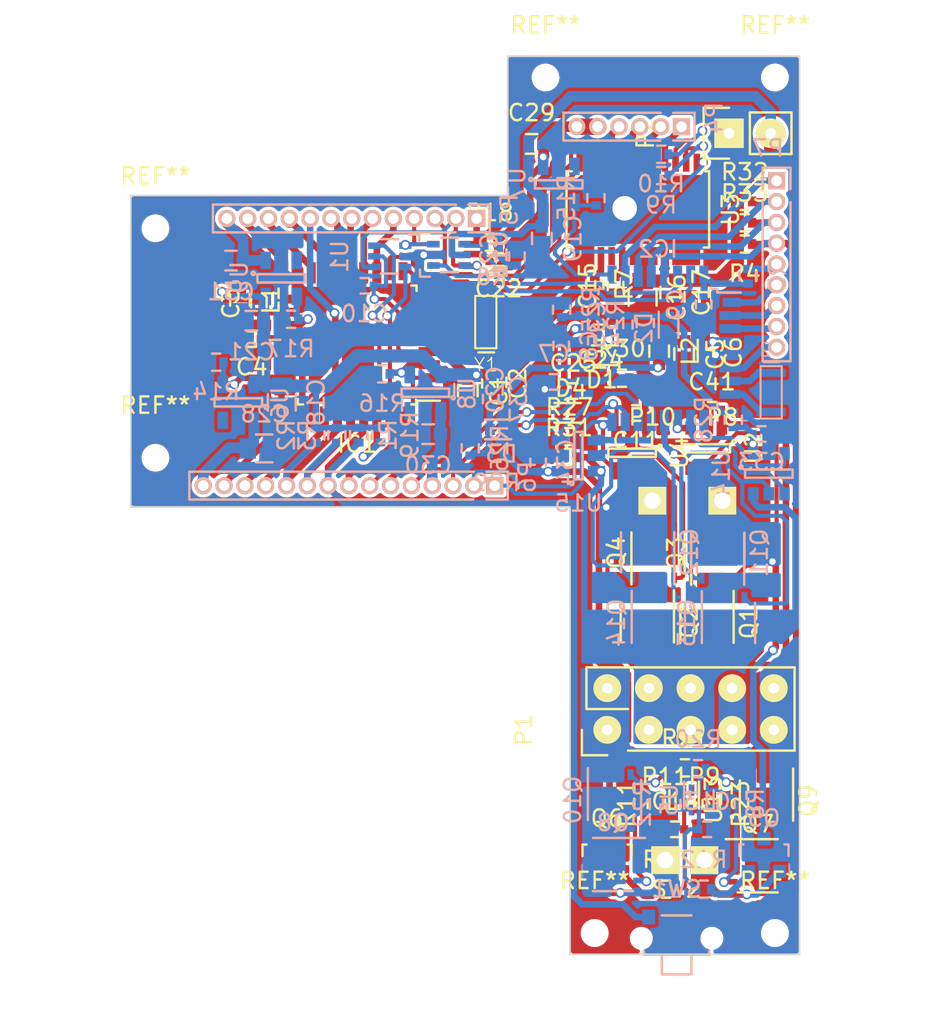
<source format=kicad_pcb>
(kicad_pcb (version 20221018) (generator pcbnew)
  (layers (0 "F.Cu" signal) (31 "B.Cu" signal) (34 "B.Paste" user) (35 "F.Paste" user) (36 "B.SilkS" user "B.Silkscreen") (37 "F.SilkS" user "F.Silkscreen") (38 "B.Mask" user) (39 "F.Mask" user) (44 "Edge.Cuts" user))
  (net 0 "")
  (net 1 "VCC")
  (net 2 "GND")
  (net 3 "Net-(C3-Pad1)")
  (net 4 "Net-(C4-Pad1)")
  (net 5 "Net-(C15-Pad2)")
  (net 6 "/LED_VOUT")
  (net 7 "/FAN_VOUT")
  (net 8 "/SRV_VOUT")
  (net 9 "/STEP")
  (net 10 "Net-(IC1-Pad7)")
  (net 11 "Net-(IC1-Pad8)")
  (net 12 "/STEP_DIR")
  (net 13 "/UART_TX")
  (net 14 "/UART_RX")
  (net 15 "/EP_RXD")
  (net 16 "Net-(Q1-Pad4)")
  (net 17 "Net-(Q2-Pad4)")
  (net 18 "Net-(R7-Pad1)")
  (net 19 "Net-(R9-Pad2)")
  (net 20 "Net-(R10-Pad2)")
  (net 21 "/LED_EN")
  (net 22 "/EP_EN")
  (net 23 "/FAN_EN")
  (net 24 "/SRV_EN")
  (net 25 "/~{STEP_SLP}")
  (net 26 "EP_VCC")
  (net 27 "Net-(C9-Pad1)")
  (net 28 "/SRV_CAM")
  (net 29 "/SRV_FOOT")
  (net 30 "/FAN_PWM")
  (net 31 "/SRV_BRAKE")
  (net 32 "/SRV_LOCK")
  (net 33 "/LED_DAT")
  (net 34 "/IR_RX")
  (net 35 "/LED_CLK")
  (net 36 "/IR_TX")
  (net 37 "/EP_TXD")
  (net 38 "/BAT_INT")
  (net 39 "/STEP_A1")
  (net 40 "/STEP_A2")
  (net 41 "/STEP_B1")
  (net 42 "/STEP_B2")
  (net 43 "/BAT")
  (net 44 "Net-(U3-Pad22)")
  (net 45 "/HOST_INT")
  (net 46 "/FRAME_STOP")
  (net 47 "/FAN_TACHO")
  (net 48 "/VBAT1")
  (net 49 "/VBAT2")
  (net 50 "/BAT1_STAT")
  (net 51 "/BAT2_STAT")
  (net 52 "/BAT1_CTL")
  (net 53 "/BAT2_CTL")
  (net 54 "Net-(C7-Pad1)")
  (net 55 "Net-(C8-Pad1)")
  (net 56 "Net-(IC2-Pad7)")
  (net 57 "Net-(IC2-Pad8)")
  (net 58 "/CHG2_STAT")
  (net 59 "/CHG1_STAT")
  (net 60 "/VCHG")
  (net 61 "/VBAT")
  (net 62 "/CHG1_CTL")
  (net 63 "/CHG2_CTL")
  (net 64 "/RXD1")
  (net 65 "/TXD1")
  (net 66 "/CHARGE")
  (net 67 "/BAT1-")
  (net 68 "Net-(C13-Pad2)")
  (net 69 "/BAT2-")
  (net 70 "Net-(C14-Pad2)")
  (net 71 "/BAT1+")
  (net 72 "/BAT2+")
  (net 73 "/CHG1_PATH2")
  (net 74 "/CHG2_PATH2")
  (net 75 "Net-(Q5-Pad2)")
  (net 76 "Net-(Q6-Pad2)")
  (net 77 "Net-(Q7-Pad4)")
  (net 78 "/BAT1_PATH")
  (net 79 "Net-(Q8-Pad4)")
  (net 80 "/BAT2_PATH")
  (net 81 "Net-(Q11-Pad4)")
  (net 82 "/BAT1_PATH2")
  (net 83 "Net-(Q12-Pad4)")
  (net 84 "/BAT2_PATH2")
  (net 85 "Net-(R22-Pad2)")
  (net 86 "Net-(R23-Pad2)")
  (net 87 "/COUT1")
  (net 88 "/COUT2")
  (net 89 "/BUTTON")
  (net 90 "/SDA0")
  (net 91 "/SCL0")
  (net 92 "/~{RESET0}")
  (net 93 "/RXD0")
  (net 94 "/TXD0")
  (net 95 "/SDA1")
  (net 96 "/SCL1")
  (net 97 "/~{RESET1}")
  (net 98 "/PWR_INT")
  (net 99 "/A2")
  (net 100 "/MOSI0")
  (net 101 "/MISO0")
  (net 102 "/SDA2")
  (net 103 "/SCL2")
  (net 104 "/TMP_INT")
  (footprint "Mounting_Holes:MountingHole_1.2mm_M1" (layer "F.Cu") (at 59.7 107.5)
    (fp_text reference "REF**")
    (fp_text value "MountingHole_1.2mm_M1")
  )
  (footprint "Mounting_Holes:MountingHole_1.2mm_M1" (layer "F.Cu") (at 59.7 121.5)
    (fp_text reference "REF**")
    (fp_text value "MountingHole_1.2mm_M1")
  )
  (footprint "Mounting_Holes:MountingHole_1.2mm_M1" (layer "F.Cu") (at 86.5 150.5)
    (fp_text reference "REF**")
    (fp_text value "MountingHole_1.2mm_M1")
  )
  (footprint "Mounting_Holes:MountingHole_1.2mm_M1" (layer "F.Cu") (at 97.5 150.5)
    (fp_text reference "REF**")
    (fp_text value "MountingHole_1.2mm_M1")
  )
  (footprint "Crystals:Resonator_3x1.3mm" (layer "F.Cu") (at 79.86 113.22 180)
    (fp_text reference "Y1")
    (fp_text value "16MHz")
  )
  (footprint "Housings_QFP:TQFP-32_7x7mm_Pitch0.8mm" (layer "F.Cu") (at 72.01 114.62 180)
    (fp_text reference "IC1")
    (fp_text value "ATMEGA328P(B)")
  )
  (footprint "Capacitors_SMD:C_0603" (layer "F.Cu") (at 78.76 117.395 -90)
    (fp_text reference "C1")
    (fp_text value "10uF")
  )
  (footprint "Capacitors_SMD:C_0402" (layer "F.Cu") (at 80.11 116.97 -90)
    (fp_text reference "C2")
    (fp_text value "100nF")
  )
  (footprint "Capacitors_SMD:C_0402" (layer "F.Cu") (at 66.01 112.07 90)
    (fp_text reference "C3")
    (fp_text value "100nF")
  )
  (footprint "Capacitors_SMD:C_0402" (layer "F.Cu") (at 65.578 114.262 180)
    (fp_text reference "C4")
    (fp_text value "100nF")
  )
  (footprint "Capacitors_SMD:C_0402" (layer "F.Cu") (at 87.778 111.02 90)
    (fp_text reference "C15")
    (fp_text value "10nF")
  )
  (footprint "Capacitors_SMD:C_0805" (layer "F.Cu") (at 89.429 111.72 -90)
    (fp_text reference "C16")
    (fp_text value "22uF")
  )
  (footprint "Capacitors_SMD:C_0603" (layer "F.Cu") (at 91.11 111.42 -90)
    (fp_text reference "C17")
    (fp_text value "4.7uF")
  )
  (footprint "Capacitors_SMD:C_0402" (layer "F.Cu") (at 80.63 109.49 180)
    (fp_text reference "C22")
    (fp_text value "100nF")
  )
  (footprint "Capacitors_SMD:C_0603" (layer "F.Cu") (at 82.65 102.35)
    (fp_text reference "C29")
    (fp_text value "10uF")
  )
  (footprint "Buttons_Switches_SMD:MTA2_4.5x2.3mm" (layer "F.Cu") (at 91.5 150.82)
    (fp_text reference "SW2")
    (fp_text value "SW_PUSH_Small_Horizontal")
  )
  (footprint "Housings_SSOP:HTSSOP-24_4.4x7.8mm_Pitch0.65mm_1EP" (layer "F.Cu") (at 89.145 106.345 -90)
    (fp_text reference "U3")
    (fp_text value "DRV8834-SSOP")
  )
  (footprint "Capacitors_SMD:C_0603" (layer "F.Cu") (at 91.96 115.17 -90)
    (fp_text reference "C5")
    (fp_text value "10uF")
  )
  (footprint "Capacitors_SMD:C_0402" (layer "F.Cu") (at 93.26 115.07 -90)
    (fp_text reference "C6")
    (fp_text value "100nF")
  )
  (footprint "Capacitors_SMD:C_0603" (layer "F.Cu") (at 64.86 111.87 -90)
    (fp_text reference "L1")
    (fp_text value "4.7uH")
  )
  (footprint "Capacitors_SMD:C_0603" (layer "F.Cu") (at 90.435 114.995 -90)
    (fp_text reference "L2")
    (fp_text value "4.7uH")
  )
  (footprint "Capacitors_SMD:C_0402" (layer "F.Cu") (at 89.03 118.77 180)
    (fp_text reference "C11")
    (fp_text value "100nF")
  )
  (footprint "Capacitors_SMD:C_0402" (layer "F.Cu") (at 91.41 144.17)
    (fp_text reference "C14")
    (fp_text value "100nF")
  )
  (footprint "Pin_Headers:Pin_Header_Straight_2x05" (layer "F.Cu") (at 87.27 138.1 90)
    (fp_text reference "P1")
    (fp_text value "CONN5")
  )
  (footprint "Pin_Headers:Pin_Header_Straight_1x01" (layer "F.Cu") (at 94.29 124.12)
    (fp_text reference "P8")
    (fp_text value "BAT1+")
  )
  (footprint "Pin_Headers:Pin_Header_Straight_1x01" (layer "F.Cu") (at 93.2 146.05)
    (fp_text reference "P9")
    (fp_text value "BAT1-")
  )
  (footprint "Pin_Headers:Pin_Header_Straight_1x01" (layer "F.Cu") (at 90.02 124.12)
    (fp_text reference "P10")
    (fp_text value "BAT2+")
  )
  (footprint "Pin_Headers:Pin_Header_Straight_1x01" (layer "F.Cu") (at 90.8 146.05)
    (fp_text reference "P11")
    (fp_text value "BAT1-")
  )
  (footprint "Housings_DFN_QFN:DFN-8-MOS_3x3mm_Pitch0.65mm" (layer "F.Cu") (at 93.355 131.57 -90)
    (fp_text reference "Q1")
    (fp_text value "AON7423")
  )
  (footprint "Housings_DFN_QFN:DFN-8-MOS_3x3mm_Pitch0.65mm" (layer "F.Cu") (at 89.715 131.54 -90)
    (fp_text reference "Q2")
    (fp_text value "AON7423")
  )
  (footprint "Housings_DFN_QFN:DFN-8-MOS_3x3mm_Pitch0.65mm" (layer "F.Cu") (at 94.011698 127.306784 90)
    (fp_text reference "Q3")
    (fp_text value "AON7423")
  )
  (footprint "Housings_DFN_QFN:DFN-8-MOS_3x3mm_Pitch0.65mm" (layer "F.Cu") (at 90.369154 127.279634 90)
    (fp_text reference "Q4")
    (fp_text value "AON7423")
  )
  (footprint "Housings_DFN_QFN:DFN-8-MOS_3x3mm_Pitch0.65mm" (layer "F.Cu") (at 96.4475 146.395)
    (fp_text reference "Q7")
    (fp_text value "AON7524/CSD16327Q3")
  )
  (footprint "Housings_DFN_QFN:DFN-8-MOS_3x3mm_Pitch0.65mm" (layer "F.Cu") (at 96.985 142.42 -90)
    (fp_text reference "Q9")
    (fp_text value "CSD16327Q3/AON7524")
  )
  (footprint "Resistors_SMD:R_0402" (layer "F.Cu") (at 95.66 108.46 180)
    (fp_text reference "R4")
    (fp_text value "10K")
  )
  (footprint "Resistors_SMD:R_0402" (layer "F.Cu") (at 86.508 110.92 -90)
    (fp_text reference "R7")
    (fp_text value "47K")
  )
  (footprint "Resistors_SMD:R_0402" (layer "F.Cu") (at 90.26 142.62 90)
    (fp_text reference "R11")
    (fp_text value "5M")
  )
  (footprint "Resistors_SMD:R_0402" (layer "F.Cu") (at 90.86 147.82)
    (fp_text reference "R13")
    (fp_text value "330")
  )
  (footprint "Resistors_SMD:R_0402" (layer "F.Cu") (at 80.11 108.35)
    (fp_text reference "R18")
    (fp_text value "100K")
  )
  (footprint "Resistors_SMD:R_0402" (layer "F.Cu") (at 92.01 140.42)
    (fp_text reference "R21")
    (fp_text value "5M")
  )
  (footprint "Resistors_SMD:R_0402" (layer "F.Cu") (at 93.61 142.62 -90)
    (fp_text reference "R23")
    (fp_text value "2.2K")
  )
  (footprint "TO_SOT_Packages_SMD:SOT-23-6" (layer "F.Cu") (at 93.31 120.92 -90)
    (fp_text reference "U2")
    (fp_text value "LTC4412")
  )
  (footprint "TO_SOT_Packages_SMD:SOT-23-6" (layer "F.Cu") (at 88.785 121.195 -90)
    (fp_text reference "U4")
    (fp_text value "LTC4412")
  )
  (footprint "TO_SOT_Packages_SMD:SC-70-6" (layer "F.Cu") (at 77.61 109.12 -90)
    (fp_text reference "U10")
    (fp_text value "74LVC2G07")
  )
  (footprint "Housings_DFN_QFN:DFN-6-1.5x1.5mm_Pitch0.5mm" (layer "F.Cu") (at 91.96 142.37 -90)
    (fp_text reference "U13")
    (fp_text value "bq29700")
  )
  (footprint "TO_SOT_Packages_SMD:SOT-23" (layer "F.Cu") (at 87.26 145.75)
    (fp_text reference "Q6")
    (fp_text value "AO3419/AO3401")
  )
  (footprint "Capacitors_SMD:C_0402" (layer "F.Cu") (at 93.66 118.57)
    (fp_text reference "C41")
    (fp_text value "100nF")
  )
  (footprint "Mounting_Holes:MountingHole_1.2mm_M1" (layer "F.Cu") (at 83.5 98.3)
    (fp_text reference "REF**")
    (fp_text value "MountingHole_1.2mm_M1")
  )
  (footprint "Mounting_Holes:MountingHole_1.2mm_M1" (layer "F.Cu") (at 97.5 98.3)
    (fp_text reference "REF**")
    (fp_text value "MountingHole_1.2mm_M1")
  )
  (footprint "Resistors_SMD:R_0402" (layer "F.Cu") (at 95.66 105.86)
    (fp_text reference "R32")
    (fp_text value "10K")
  )
  (footprint "Resistors_SMD:R_0402" (layer "F.Cu") (at 95.66 107.16)
    (fp_text reference "R33")
    (fp_text value "10K")
  )
  (footprint "Capacitors_SMD:C_0402" (layer "F.Cu") (at 86.835 113.845 180)
    (fp_text reference "C24")
    (fp_text value "100pF")
  )
  (footprint "Capacitors_SMD:C_0402" (layer "F.Cu") (at 85.2 117.43)
    (fp_text reference "C25")
    (fp_text value "100pF")
  )
  (footprint "Diodes_SMD:SOD-523" (layer "F.Cu") (at 86.935 115.245 180)
    (fp_text reference "D1")
    (fp_text value "ESB5B5.0S")
  )
  (footprint "Diodes_SMD:SOD-523" (layer "F.Cu") (at 85.05 118.76)
    (fp_text reference "D4")
    (fp_text value "ESB5B5.0S")
  )
  (footprint "Resistors_SMD:R_0402" (layer "F.Cu") (at 84.96 120.21)
    (fp_text reference "R27")
    (fp_text value "5M")
  )
  (footprint "Resistors_SMD:R_0402" (layer "F.Cu") (at 88.16 116.645)
    (fp_text reference "R30")
    (fp_text value "100")
  )
  (footprint "Resistors_SMD:R_0402" (layer "F.Cu") (at 84.935 121.47)
    (fp_text reference "R31")
    (fp_text value "100")
  )
  (footprint "Pin_Headers:Pin_Header_Straight_1x02" (layer "F.Cu") (at 94.7 101.7 90)
    (fp_text reference "P2")
    (fp_text value "CONN_VCC")
  )
  (footprint "Capacitors_SMD:C_0805" (layer "B.Cu") (at 67.41 118.12 90)
    (fp_text reference "C18")
    (fp_text value "22uF")
  )
  (footprint "Buttons_Switches_SMD:MTA2_4.5x2.3mm" (layer "B.Cu") (at 91.5 150.82 180)
    (fp_text reference "SW1")
    (fp_text value "SW_PUSH_Small_Horizontal")
  )
  (footprint "Pin_Headers:Pin_Header_Straight_1x06_Pitch1.27mm" (layer "B.Cu") (at 91.8 101.3 90)
    (fp_text reference "P4")
    (fp_text value "CONN3")
  )
  (footprint "Capacitors_SMD:C_0402" (layer "B.Cu") (at 93.15 112.15 -90)
    (fp_text reference "C9")
    (fp_text value "1nF")
  )
  (footprint "Capacitors_SMD:C_0603" (layer "B.Cu") (at 83.28 108.12 90)
    (fp_text reference "C19")
    (fp_text value "10uF")
  )
  (footprint "Capacitors_SMD:C_0603" (layer "B.Cu") (at 78.535 117.345 90)
    (fp_text reference "C20")
    (fp_text value "10uF")
  )
  (footprint "Capacitors_SMD:C_0603" (layer "B.Cu") (at 65.55 113.14)
    (fp_text reference "C21")
    (fp_text value "10uF")
  )
  (footprint "Capacitors_SMD:C_0402" (layer "B.Cu") (at 81.76 109.22 -90)
    (fp_text reference "C23")
    (fp_text value "100nF")
  )
  (footprint "Capacitors_SMD:C_0805" (layer "B.Cu") (at 66.34 120.93 180)
    (fp_text reference "C28")
    (fp_text value "22uF")
  )
  (footprint "Capacitors_SMD:C_0603" (layer "B.Cu") (at 76.34 120.06)
    (fp_text reference "C30")
    (fp_text value "10uF")
  )
  (footprint "Capacitors_SMD:C_0603" (layer "B.Cu") (at 64.31 109.47)
    (fp_text reference "C31")
    (fp_text value "10uF")
  )
  (footprint "Capacitors_SMD:C_0402" (layer "B.Cu") (at 72.47 111.01)
    (fp_text reference "C10")
    (fp_text value "100nF")
  )
  (footprint "Capacitors_SMD:C_0402" (layer "B.Cu") (at 84.01 116.87 180)
    (fp_text reference "C7")
    (fp_text value "100nF")
  )
  (footprint "Capacitors_SMD:C_0402" (layer "B.Cu") (at 84.46 114.67 90)
    (fp_text reference "C8")
    (fp_text value "100nF")
  )
  (footprint "Housings_QFP:TQFP-32_7x7mm_Pitch0.8mm" (layer "B.Cu") (at 90.36 114.82 180)
    (fp_text reference "IC2")
    (fp_text value "ATMEGA328P(B)")
  )
  (footprint "Pin_Headers:Pin_Header_Straight_1x13_Pitch1.27mm" (layer "B.Cu") (at 79.3 106.9 90)
    (fp_text reference "P5")
    (fp_text value "CONN1")
  )
  (footprint "Pin_Headers:Pin_Header_Straight_1x15_Pitch1.27mm" (layer "B.Cu") (at 80.4 123.2 90)
    (fp_text reference "P6")
    (fp_text value "CONN2")
  )
  (footprint "Pin_Headers:Pin_Header_Straight_1x09_Pitch1.27mm" (layer "B.Cu") (at 97.6 104.6 180)
    (fp_text reference "P7")
    (fp_text value "CONN4")
  )
  (footprint "TO_SOT_Packages_SMD:SOT-23-5" (layer "B.Cu") (at 64.76 118.12 90)
    (fp_text reference "U6")
    (fp_text value "RT9715GGB, 0.7A")
  )
  (footprint "TO_SOT_Packages_SMD:SOT-23-5" (layer "B.Cu") (at 84.31 104.82 -90)
    (fp_text reference "U7")
    (fp_text value "RT9715GGB, 0.7A")
  )
  (footprint "TO_SOT_Packages_SMD:SOT-23-5" (layer "B.Cu") (at 76.17 117.53 90)
    (fp_text reference "U8")
    (fp_text value "RT9715GGB, 0.7A")
  )
  (footprint "TO_SOT_Packages_SMD:SOT-23-5" (layer "B.Cu") (at 67.37262 110.5535 -90)
    (fp_text reference "U9")
    (fp_text value "RT9715GGB, 0.7A")
  )
  (footprint "Crystals:Resonator_3x1.3mm" (layer "B.Cu") (at 97.27 117.51112 180)
    (fp_text reference "Y2")
    (fp_text value "16MHz")
  )
  (footprint "Capacitors_SMD:C_0402" (layer "B.Cu") (at 93.36 144.17 180)
    (fp_text reference "C13")
    (fp_text value "100nF")
  )
  (footprint "Capacitors_SMD:C_0402" (layer "B.Cu") (at 96.68 120.05)
    (fp_text reference "C33")
    (fp_text value "1uF")
  )
  (footprint "Capacitors_SMD:C_0402" (layer "B.Cu") (at 83.05 121.795 90)
    (fp_text reference "C34")
    (fp_text value "1uF")
  )
  (footprint "Capacitors_SMD:C_0402" (layer "B.Cu") (at 88.34 113.37 -90)
    (fp_text reference "C35")
    (fp_text value "4.7nF")
  )
  (footprint "Capacitors_SMD:C_0402" (layer "B.Cu") (at 80.16 117.92 90)
    (fp_text reference "C37")
    (fp_text value "4.7nF")
  )
  (footprint "Diodes_SMD:SOD-523" (layer "B.Cu") (at 91.01 113.58 -90)
    (fp_text reference "D2")
    (fp_text value "ESB5B5.0S")
  )
  (footprint "Diodes_SMD:SOD-523" (layer "B.Cu") (at 80.81 119.77)
    (fp_text reference "D3")
    (fp_text value "ESB5B5.0S")
  )
  (footprint "Housings_DFN_QFN:DFN-8-MOS_3x3mm_Pitch0.65mm" (layer "B.Cu") (at 87.6225 146.32 180)
    (fp_text reference "Q8")
    (fp_text value "AON7524/CSD16327Q3")
  )
  (footprint "Housings_DFN_QFN:DFN-8-MOS_3x3mm_Pitch0.65mm" (layer "B.Cu") (at 87.71 142.3825 -90)
    (fp_text reference "Q10")
    (fp_text value "CSD16327Q3/AON7524")
  )
  (footprint "Housings_DFN_QFN:DFN-8-MOS_3x3mm_Pitch0.65mm" (layer "B.Cu") (at 94 127.3 90)
    (fp_text reference "Q11")
    (fp_text value "AON7423")
  )
  (footprint "Housings_DFN_QFN:DFN-8-MOS_3x3mm_Pitch0.65mm" (layer "B.Cu") (at 89.735 127.27 90)
    (fp_text reference "Q12")
    (fp_text value "AON7423")
  )
  (footprint "Housings_DFN_QFN:DFN-8-MOS_3x3mm_Pitch0.65mm" (layer "B.Cu") (at 94.665 131.581336 -90)
    (fp_text reference "Q13")
    (fp_text value "AON7423")
  )
  (footprint "Housings_DFN_QFN:DFN-8-MOS_3x3mm_Pitch0.65mm" (layer "B.Cu") (at 90.385 131.57 -90)
    (fp_text reference "Q14")
    (fp_text value "AON7423")
  )
  (footprint "Resistors_SMD:R_0402" (layer "B.Cu") (at 72.1 120.12 90)
    (fp_text reference "R1")
    (fp_text value "10K")
  )
  (footprint "Resistors_SMD:R_0402" (layer "B.Cu") (at 95.86 110.42 90)
    (fp_text reference "R5")
    (fp_text value "1K")
  )
  (footprint "Resistors_SMD:R_0402" (layer "B.Cu") (at 80.22 108.65)
    (fp_text reference "R6")
    (fp_text value "100K")
  )
  (footprint "Resistors_SMD:R_0402" (layer "B.Cu") (at 94.51 142.62 90)
    (fp_text reference "R8")
    (fp_text value "5M")
  )
  (footprint "Resistors_SMD:R_0402" (layer "B.Cu") (at 90.55519 104.2836)
    (fp_text reference "R9")
    (fp_text value "47K")
  )
  (footprint "Resistors_SMD:R_0402" (layer "B.Cu") (at 90.55519 102.9836)
    (fp_text reference "R10")
    (fp_text value "47K")
  )
  (footprint "Resistors_SMD:R_0402" (layer "B.Cu") (at 93.16 147.82 180)
    (fp_text reference "R12")
    (fp_text value "330")
  )
  (footprint "Resistors_SMD:R_0402" (layer "B.Cu") (at 63.41 115.67)
    (fp_text reference "R14")
    (fp_text value "510K")
  )
  (footprint "Resistors_SMD:R_0402" (layer "B.Cu") (at 86.58 105.65 -90)
    (fp_text reference "R15")
    (fp_text value "510K")
  )
  (footprint "Resistors_SMD:R_0402" (layer "B.Cu") (at 73.54 116.38)
    (fp_text reference "R16")
    (fp_text value "510K")
  )
  (footprint "Resistors_SMD:R_0402" (layer "B.Cu") (at 67.97 113.05)
    (fp_text reference "R17")
    (fp_text value "510K")
  )
  (footprint "Resistors_SMD:R_0402" (layer "B.Cu") (at 73.43 120.11 90)
    (fp_text reference "R19")
    (fp_text value "100K")
  )
  (footprint "Resistors_SMD:R_0402" (layer "B.Cu") (at 92.81 140.47 180)
    (fp_text reference "R20")
    (fp_text value "5M")
  )
  (footprint "Resistors_SMD:R_0402" (layer "B.Cu") (at 91.21 142.62 -90)
    (fp_text reference "R22")
    (fp_text value "2.2K")
  )
  (footprint "Resistors_SMD:R_0402" (layer "B.Cu") (at 89.59 113.28 -90)
    (fp_text reference "R24")
    (fp_text value "2M")
  )
  (footprint "Resistors_SMD:R_0402" (layer "B.Cu") (at 78.91 120.92 90)
    (fp_text reference "R26")
    (fp_text value "2M")
  )
  (footprint "Resistors_SMD:R_0402" (layer "B.Cu") (at 94.96 119.18 -90)
    (fp_text reference "R28")
    (fp_text value "10K")
  )
  (footprint "Resistors_SMD:R_0402" (layer "B.Cu") (at 80.51 121.22)
    (fp_text reference "R29")
    (fp_text value "10K")
  )
  (footprint "TO_SOT_Packages_SMD:SC-70-6" (layer "B.Cu") (at 74 109.21 -90)
    (fp_text reference "U1")
    (fp_text value "74LVC2G07")
  )
  (footprint "Housings_DFN_QFN:DFN-6-1.5x1.5mm_Pitch0.5mm" (layer "B.Cu") (at 92.86 142.37 -90)
    (fp_text reference "U5")
    (fp_text value "bq29700")
  )
  (footprint "TO_SOT_Packages_SMD:SC-70-6" (layer "B.Cu") (at 77.62 109.12 90)
    (fp_text reference "U11")
    (fp_text value "74LVC2G07")
  )
  (footprint "TO_SOT_Packages_SMD:SOT-23-6" (layer "B.Cu") (at 97.13 122.47 -90)
    (fp_text reference "U14")
    (fp_text value "LTC4412")
  )
  (footprint "TO_SOT_Packages_SMD:SOT-23-6" (layer "B.Cu") (at 85.51 121.37)
    (fp_text reference "U15")
    (fp_text value "LTC4412")
  )
  (footprint "TO_SOT_Packages_SMD:SOT-23" (layer "B.Cu") (at 96.83 145.74 180)
    (fp_text reference "Q5")
    (fp_text value "AO3419/AO3401")
  )
  (footprint "Resistors_SMD:R_0402" (layer "B.Cu") (at 84.485 112.47 90)
    (fp_text reference "R25")
    (fp_text value "5M")
  )
  (footprint "Resistors_SMD:R_0402" (layer "B.Cu") (at 69.49 120.14 -90)
    (fp_text reference "R2")
    (fp_text value "10K")
  )
  (footprint "Resistors_SMD:R_0402" (layer "B.Cu") (at 70.77 120.13 -90)
    (fp_text reference "R3")
    (fp_text value "10K")
  )
  (gr_line (start 99 97) (end 81.2 97) (stroke (width 0.1)) (layer "Edge.Cuts"))
  (gr_line (start 85 151.8) (end 99 151.8) (stroke (width 0.1)) (layer "Edge.Cuts"))
  (gr_line (start 58.2 124.5) (end 85 124.5) (stroke (width 0.1)) (layer "Edge.Cuts"))
  (gr_line (start 85 124.5) (end 85 151.8) (stroke (width 0.1)) (layer "Edge.Cuts"))
  (gr_line (start 81.2 105.5) (end 58.2 105.5) (stroke (width 0.1)) (layer "Edge.Cuts"))
  (gr_line (start 99 151.8) (end 99 97) (stroke (width 0.1)) (layer "Edge.Cuts"))
  (gr_line (start 81.2 97) (end 81.2 105.5) (stroke (width 0.1)) (layer "Edge.Cuts"))
  (gr_line (start 58.2 105.5) (end 58.2 124.5) (stroke (width 0.1)) (layer "Edge.Cuts"))
  (segment (start 87.86 111.57) (end 87.778 111.57) (width 0.55) (layer "F.Cu") (net 1))
  (segment (start 93.36 114.42) (end 93.71 114.42) (width 0.55) (layer "F.Cu") (net 1))
  (segment (start 89.429 109.251) (end 89.485 109.195) (width 0.8) (layer "F.Cu") (net 1))
  (segment (start 89.429 110.72) (end 91.06 110.72) (width 0.8) (layer "F.Cu") (net 1))
  (segment (start 86.508 111.37) (end 85.25 111.37) (width 0.8) (layer "F.Cu") (net 1))
  (segment (start 97.24 101.7) (end 97.25 101.71) (width 0.8) (layer "F.Cu") (net 1))
  (segment (start 90.435 114.42) (end 90.385 114.37) (width 0.4) (layer "F.Cu") (net 1))
  (segment (start 90.135 109.195) (end 89.485 109.195) (width 0.4) (layer "F.Cu") (net 1))
  (segment (start 95.21 105.038147) (end 95.21 105.86) (width 0.8) (layer "F.Cu") (net 1))
  (segment (start 93.26 114.52) (end 93.36 114.42) (width 0.55) (layer "F.Cu") (net 1))
  (segment (start 92.285 110.67) (end 91.11 110.67) (width 0.8) (layer "F.Cu") (net 1))
  (segment (start 87.778 111.57) (end 87.16 111.57) (width 0.8) (layer "F.Cu") (net 1))
  (segment (start 93.26 114.52) (end 92.06 114.52) (width 0.55) (layer "F.Cu") (net 1))
  (segment (start 63.760006 111.37) (end 64.61 111.37) (width 0.4) (layer "F.Cu") (net 1))
  (segment (start 74.68 115.02) (end 74.525002 114.865002) (width 0.25) (layer "F.Cu") (net 1))
  (segment (start 93.26 110.77) (end 93.335 110.695) (width 0.55) (layer "F.Cu") (net 1))
  (segment (start 87.16 111.57) (end 86.708 111.57) (width 0.8) (layer "F.Cu") (net 1))
  (segment (start 89.429 110.72) (end 89.429 109.251) (width 0.8) (layer "F.Cu") (net 1))
  (segment (start 93.81 110.67) (end 93.31 110.67) (width 0.8) (layer "F.Cu") (net 1))
  (segment (start 86.708 111.57) (end 86.508 111.37) (width 0.8) (layer "F.Cu") (net 1))
  (segment (start 74.525002 112.629998) (end 73.70924 111.814236) (width 0.25) (layer "F.Cu") (net 1))
  (segment (start 91.96 114.42) (end 90.435 114.42) (width 0.4) (layer "F.Cu") (net 1))
  (segment (start 78.71 116.47) (end 77.26 115.02) (width 0.55) (layer "F.Cu") (net 1))
  (segment (start 82.68 113.94) (end 82.68 114.95) (width 0.8) (layer "F.Cu") (net 1))
  (segment (start 97.24 103.008147) (end 95.21 105.038147) (width 0.8) (layer "F.Cu") (net 1))
  (segment (start 80.11 116.42) (end 78.985 116.42) (width 0.4) (layer "F.Cu") (net 1))
  (segment (start 93.31 110.67) (end 92.285 110.67) (width 0.8) (layer "F.Cu") (net 1))
  (segment (start 88.835 109.195) (end 89.485 109.195) (width 0.4) (layer "F.Cu") (net 1))
  (segment (start 78.76 116.645) (end 78.76 116.545736) (width 0.8) (layer "F.Cu") (net 1))
  (segment (start 97.24 101.7) (end 97.24 103.008147) (width 0.8) (layer "F.Cu") (net 1))
  (segment (start 93.26 114.52) (end 93.26 110.77) (width 0.55) (layer "F.Cu") (net 1))
  (segment (start 93.335 110.695) (end 93.31 110.67) (width 0.55) (layer "F.Cu") (net 1))
  (segment (start 74.525002 114.865002) (end 74.525002 112.629998) (width 0.25) (layer "F.Cu") (net 1))
  (segment (start 92.06 114.52) (end 91.96 114.42) (width 0.55) (layer "F.Cu") (net 1))
  (segment (start 82.68 114.95) (end 81.16 116.47) (width 0.8) (layer "F.Cu") (net 1))
  (segment (start 95.21 105.86) (end 95.21 107.16) (width 0.8) (layer "F.Cu") (net 1))
  (segment (start 88.579 111.57) (end 87.778 111.57) (width 0.8) (layer "F.Cu") (net 1))
  (segment (start 78.860736 116.445) (end 79.285 116.445) (width 0.8) (layer "F.Cu") (net 1))
  (segment (start 78.76 116.47) (end 78.71 116.47) (width 0.55) (layer "F.Cu") (net 1))
  (segment (start 81.16 116.47) (end 78.76 116.47) (width 0.8) (layer "F.Cu") (net 1))
  (segment (start 95.21 109.56) (end 94.1 110.67) (width 0.8) (layer "F.Cu") (net 1))
  (segment (start 89.429 110.72) (end 88.579 111.57) (width 0.8) (layer "F.Cu") (net 1))
  (segment (start 78.76 116.545736) (end 78.860736 116.445) (width 0.8) (layer "F.Cu") (net 1))
  (segment (start 91.06 110.72) (end 91.11 110.67) (width 0.8) (layer "F.Cu") (net 1))
  (segment (start 85.25 111.37) (end 82.68 113.94) (width 0.8) (layer "F.Cu") (net 1))
  (segment (start 76.41 115.02) (end 74.68 115.02) (width 0.25) (layer "F.Cu") (net 1))
  (segment (start 94.1 110.67) (end 93.81 110.67) (width 0.8) (layer "F.Cu") (net 1))
  (segment (start 78.985 116.42) (end 78.76 116.645) (width 0.4) (layer "F.Cu") (net 1))
  (segment (start 64.61 111.37) (end 64.86 111.12) (width 0.4) (layer "F.Cu") (net 1))
  (segment (start 73.491115 111.814236) (end 73.066851 111.814236) (width 0.25) (layer "F.Cu") (net 1))
  (segment (start 77.26 115.02) (end 76.41 115.02) (width 0.55) (layer "F.Cu") (net 1))
  (segment (start 89.479 110.67) (end 89.429 110.72) (width 0.8) (layer "F.Cu") (net 1))
  (segment (start 95.21 108.46) (end 95.21 109.56) (width 0.8) (layer "F.Cu") (net 1))
  (segment (start 95.21 107.16) (end 95.21 108.46) (width 0.8) (layer "F.Cu") (net 1))
  (segment (start 73.70924 111.814236) (end 73.491115 111.814236) (width 0.25) (layer "F.Cu") (net 1))
  (via (at 93.71 114.42) (size 0.6) (drill 0.4) (layers "F.Cu" "B.Cu") (net 1))
  (via (at 73.066851 111.814236) (size 0.6) (drill 0.4) (layers "F.Cu" "B.Cu") (net 1))
  (via (at 79.285 116.445) (size 0.6) (drill 0.4) (layers "F.Cu" "B.Cu") (net 1))
  (via (at 63.760006 111.37) (size 0.6) (drill 0.4) (layers "F.Cu" "B.Cu") (net 1))
  (segment (start 97.24 100.391853) (end 97.24 101.7) (width 0.65) (layer "B.Cu") (net 1))
  (segment (start 66.31 116.27) (end 66.31 117.02) (width 0.8) (layer "B.Cu") (net 1))
  (segment (start 75.98 115.29) (end 77.12 116.43) (width 0.8) (layer "B.Cu") (net 1))
  (segment (start 77.12 116.43) (end 78.485 116.43) (width 0.8) (layer "B.Cu") (net 1))
  (segment (start 96.293147 99.445) (end 97.24 100.391853) (width 0.65) (layer "B.Cu") (net 1))
  (segment (start 82.025 107.85) (end 80.57 107.85) (width 0.4) (layer "B.Cu") (net 1))
  (segment (start 80.67 109.167524) (end 81.272476 109.77) (width 0.4) (layer "B.Cu") (net 1))
  (segment (start 77.785309 109.109999) (end 77.79531 109.12) (width 0.4) (layer "B.Cu") (net 1))
  (segment (start 70.77 119.68) (end 72.09 119.68) (width 0.4) (layer "B.Cu") (net 1))
  (segment (start 70.160002 117.12) (end 69.51 117.12) (width 0.8) (layer "B.Cu") (net 1))
  (segment (start 73.27 115.29) (end 75.98 115.29) (width 0.8) (layer "B.Cu") (net 1))
  (segment (start 78.485 116.43) (end 79.27 116.43) (width 0.8) (layer "B.Cu") (net 1))
  (segment (start 73.27 115.29) (end 71.990002 115.29) (width 0.8) (layer "B.Cu") (net 1))
  (segment (start 71.990002 115.29) (end 70.37 116.910002) (width 0.8) (layer "B.Cu") (net 1))
  (segment (start 79.27 116.43) (end 79.285 116.445) (width 0.8) (layer "B.Cu") (net 1))
  (segment (start 69.51 117.12) (end 68.835 117.12) (width 0.8) (layer "B.Cu") (net 1))
  (segment (start 82.505 107.37) (end 82.025 107.85) (width 0.4) (layer "B.Cu") (net 1))
  (segment (start 66.31 115.72) (end 66.31 116.27) (width 0.8) (layer "B.Cu") (net 1))
  (segment (start 70.37 116.910002) (end 70.160002 117.12) (width 0.8) (layer "B.Cu") (net 1))
  (segment (start 73.02 111.01) (end 73.02 111.767385) (width 0.25) (layer "B.Cu") (net 1))
  (segment (start 78.535 116.595) (end 78.535 116.48) (width 0.8) (layer "B.Cu") (net 1))
  (segment (start 69.26 116.98) (end 67.55 116.98) (width 0.4) (layer "B.Cu") (net 1))
  (segment (start 69.49 117.14) (end 69.51 117.12) (width 0.4) (layer "B.Cu") (net 1))
  (segment (start 78.535 116.48) (end 78.485 116.43) (width 0.8) (layer "B.Cu") (net 1))
  (segment (start 67.41 117.12) (end 66.41 117.12) (width 0.8) (layer "B.Cu") (net 1))
  (segment (start 73.77 111.02) (end 73.77 109.421158) (width 0.25) (layer "B.Cu") (net 1))
  (segment (start 73.53 111.02) (end 73.77 111.02) (width 0.25) (layer "B.Cu") (net 1))
  (segment (start 83.36 105.715) (end 82.46 104.815) (width 0.65) (layer "B.Cu") (net 1))
  (segment (start 65.71 117.02) (end 66.31 117.02) (width 0.8) (layer "B.Cu") (net 1))
  (segment (start 66.41 117.12) (end 66.31 117.02) (width 0.8) (layer "B.Cu") (net 1))
  (segment (start 66.31 113.22) (end 66.31 111.76612) (width 0.65) (layer "B.Cu") (net 1))
  (segment (start 77.785309 108.050369) (end 77.785309 109.109999) (width 0.4) (layer "B.Cu") (net 1))
  (segment (start 73.42 119.67) (end 73.43 119.66) (width 0.4) (layer "B.Cu") (net 1))
  (segment (start 73.558842 109.21) (end 73.05004 109.21) (width 0.25) (layer "B.Cu") (net 1))
  (segment (start 80.57 107.85) (end 80.67 107.95) (width 0.4) (layer "B.Cu") (net 1))
  (segment (start 66.31 115.72) (end 66.31 113.22) (width 0.8) (layer "B.Cu") (net 1))
  (segment (start 85.035 99.445) (end 96.293147 99.445) (width 0.65) (layer "B.Cu") (net 1))
  (segment (start 83.28 107.37) (end 82.505 107.37) (width 0.4) (layer "B.Cu") (net 1))
  (segment (start 81.272476 109.77) (end 81.76 109.77) (width 0.4) (layer "B.Cu") (net 1))
  (segment (start 70.76 119.69) (end 70.77 119.68) (width 0.4) (layer "B.Cu") (net 1))
  (segment (start 73.02 111.767385) (end 73.066851 111.814236) (width 0.25) (layer "B.Cu") (net 1))
  (segment (start 66.31 111.76612) (end 66.42262 111.6535) (width 0.65) (layer "B.Cu") (net 1))
  (segment (start 67.31 117.02) (end 67.41 117.12) (width 0.8) (layer "B.Cu") (net 1))
  (segment (start 77.785309 108.050369) (end 77.985678 107.85) (width 0.4) (layer "B.Cu") (net 1))
  (segment (start 69.49 119.69) (end 69.49 117.14) (width 0.4) (layer "B.Cu") (net 1))
  (segment (start 69.49 119.69) (end 70.76 119.69) (width 0.4) (layer "B.Cu") (net 1))
  (segment (start 77.79531 109.12) (end 78.56996 109.12) (width 0.4) (layer "B.Cu") (net 1))
  (segment (start 82.46 104.815) (end 82.46 102.02) (width 0.65) (layer "B.Cu") (net 1))
  (segment (start 83.38 107.28) (end 83.38 106.01) (width 0.65) (layer "B.Cu") (net 1))
  (segment (start 80.669999 108.649999) (end 80.67 108.65) (width 0.4) (layer "B.Cu") (net 1))
  (segment (start 66.42262 111.6535) (end 64.043506 111.6535) (width 0.4) (layer "B.Cu") (net 1))
  (segment (start 67.55 116.98) (end 67.41 117.12) (width 0.4) (layer "B.Cu") (net 1))
  (segment (start 73.77 109.421158) (end 73.558842 109.21) (width 0.25) (layer "B.Cu") (net 1))
  (segment (start 77.985678 107.85) (end 80.57 107.85) (width 0.4) (layer "B.Cu") (net 1))
  (segment (start 71.840002 115.44) (end 71.990002 115.29) (width 0.65) (layer "B.Cu") (net 1))
  (segment (start 72.09 119.68) (end 72.1 119.67) (width 0.4) (layer "B.Cu") (net 1))
  (segment (start 80.67 108.65) (end 80.67 109.167524) (width 0.4) (layer "B.Cu") (net 1))
  (segment (start 93.71 114.42) (end 94.76 114.42) (width 0.55) (layer "B.Cu") (net 1))
  (segment (start 80.67 107.95) (end 80.67 108.65) (width 0.4) (layer "B.Cu") (net 1))
  (segment (start 82.46 102.02) (end 85.035 99.445) (width 0.65) (layer "B.Cu") (net 1))
  (segment (start 68.835 117.12) (end 67.41 117.12) (width 0.8) (layer "B.Cu") (net 1))
  (segment (start 73.52 111.01) (end 73.53 111.02) (width 0.25) (layer "B.Cu") (net 1))
  (segment (start 72.1 119.67) (end 73.42 119.67) (width 0.4) (layer "B.Cu") (net 1))
  (segment (start 66.3 113.14) (end 66.325 113.14) (width 0.25) (layer "B.Cu") (net 1))
  (segment (start 64.043506 111.6535) (end 63.760006 111.37) (width 0.4) (layer "B.Cu") (net 1))
  (segment (start 73.02 111.01) (end 73.52 111.01) (width 0.25) (layer "B.Cu") (net 1))
  (segment (start 83.46 117.32) (end 80.31 117.32) (width 0.4) (layer "F.Cu") (net 2))
  (segment (start 93.26 115.62) (end 93.486897 115.62) (width 0.55) (layer "F.Cu") (net 2))
  (segment (start 76.66004 109.12) (end 76.15 109.12) (width 0.4) (layer "F.Cu") (net 2))
  (segment (start 93.486897 115.62) (end 93.584942 115.521955) (width 0.55) (layer "F.Cu") (net 2))
  (segment (start 76.15 109.12) (end 76.12 109.09) (width 0.4) (layer "F.Cu") (net 2))
  (segment (start 80.31 117.32) (end 80.11 117.52) (width 0.4) (layer "F.Cu") (net 2))
  (segment (start 93.584942 115.521955) (end 93.884941 115.221956) (width 0.55) (layer "F.Cu") (net 2))
  (via (at 88.33 106.28) (size 1.8) (drill 1.5) (layers "F.Cu" "B.Cu") (net 2))
  (via (at 93.884941 115.221956) (size 0.6) (drill 0.4) (layers "F.Cu" "B.Cu") (net 2))
  (via (at 83.46 117.32) (size 0.6) (drill 0.4) (layers "F.Cu" "B.Cu") (net 2))
  (via (at 76.069206 109.120001) (size 0.6) (drill 0.4) (layers "F.Cu" "B.Cu") (net 2))
  (segment (start 94.76 115.22) (end 94.758044 115.221956) (width 0.55) (layer "B.Cu") (net 2))
  (segment (start 94.309205 115.221956) (end 93.884941 115.221956) (width 0.55) (layer "B.Cu") (net 2))
  (segment (start 81.76 108.67) (end 81.755985 108.67) (width 0.4) (layer "B.Cu") (net 2))
  (segment (start 97.13 120.15) (end 97.23 120.05) (width 0.4) (layer "B.Cu") (net 2))
  (segment (start 76 109.21) (end 74.94996 109.21) (width 0.4) (layer "B.Cu") (net 2))
  (segment (start 76.12 109.09) (end 76 109.21) (width 0.4) (layer "B.Cu") (net 2))
  (segment (start 83.46 116.87) (end 83.46 117.32) (width 0.4) (layer "B.Cu") (net 2))
  (segment (start 97.13 121.24) (end 97.13 120.15) (width 0.4) (layer "B.Cu") (net 2))
  (segment (start 94.758044 115.221956) (end 94.309205 115.221956) (width 0.55) (layer "B.Cu") (net 2))
  (segment (start 67.61 112.62) (end 66.01 112.62) (width 0.4) (layer "F.Cu") (net 3))
  (segment (start 66.01 112.62) (end 65.11 112.62) (width 0.4) (layer "F.Cu") (net 3))
  (segment (start 66.17 114.22) (end 66.128 114.262) (width 0.4) (layer "F.Cu") (net 4))
  (segment (start 67.61 114.22) (end 66.17 114.22) (width 0.4) (layer "F.Cu") (net 4))
  (segment (start 88.185 110.063) (end 88.185 109.195) (width 0.4) (layer "F.Cu") (net 5))
  (segment (start 87.778 110.47) (end 88.185 110.063) (width 0.4) (layer "F.Cu") (net 5))
  (segment (start 62.62 122.457538) (end 62.62 123.2) (width 0.65) (layer "B.Cu") (net 6))
  (segment (start 65.08 120.89) (end 64.187538 120.89) (width 0.65) (layer "B.Cu") (net 6))
  (segment (start 65.71 120.56) (end 65.34 120.93) (width 0.65) (layer "B.Cu") (net 6))
  (segment (start 64.187538 120.89) (end 62.62 122.457538) (width 0.65) (layer "B.Cu") (net 6))
  (segment (start 65.71 119.22) (end 65.71 120.56) (width 0.65) (layer "B.Cu") (net 6))
  (segment (start 77.09 120.06) (end 77.09 121.145998) (width 0.65) (layer "B.Cu") (net 7))
  (segment (start 77.08 118.55) (end 77.11 118.52) (width 0.65) (layer "B.Cu") (net 7))
  (segment (start 77.09 121.145998) (end 76.59 121.645998) (width 0.65) (layer "B.Cu") (net 7))
  (segment (start 77.08 119.97) (end 77.08 118.55) (width 0.65) (layer "B.Cu") (net 7))
  (segment (start 76.59 121.645998) (end 76.59 123.2) (width 0.65) (layer "B.Cu") (net 7))
  (segment (start 77.08 119.97) (end 77.089998 119.979998) (width 0.65) (layer "B.Cu") (net 7))
  (segment (start 64.06 107.184002) (end 64.06 106.9) (width 0.65) (layer "B.Cu") (net 8))
  (segment (start 64.9935 109.4535) (end 64.96 109.42) (width 0.65) (layer "B.Cu") (net 8))
  (segment (start 65.06 109.47) (end 65.06 108.184002) (width 0.65) (layer "B.Cu") (net 8))
  (segment (start 66.42262 109.4535) (end 64.9935 109.4535) (width 0.65) (layer "B.Cu") (net 8))
  (segment (start 65.06 108.184002) (end 64.06 107.184002) (width 0.65) (layer "B.Cu") (net 8))
  (segment (start 85.059999 103.580001) (end 85.059999 102.684999) (width 0.25) (layer "F.Cu") (net 9))
  (segment (start 78.951042 110.294631) (end 79.051207 110.394796) (width 0.25) (layer "F.Cu") (net 9))
  (segment (start 83.9 104.74) (end 85.059999 103.580001) (width 0.25) (layer "F.Cu") (net 9))
  (segment (start 86.235 102.695) (end 86.235 103.495) (width 0.25) (layer "F.Cu") (net 9))
  (segment (start 86.159999 102.619999) (end 86.235 102.695) (width 0.25) (layer "F.Cu") (net 9))
  (segment (start 85.059999 102.684999) (end 85.124999 102.619999) (width 0.25) (layer "F.Cu") (net 9))
  (segment (start 74.01 109.32) (end 74.085001 109.244999) (width 0.25) (layer "F.Cu") (net 9))
  (segment (start 83.9 108.108459) (end 83.9 104.74) (width 0.25) (layer "F.Cu") (net 9))
  (segment (start 75.410001 109.679243) (end 76.025389 110.294631) (width 0.25) (layer "F.Cu") (net 9))
  (segment (start 75.410001 109.309999) (end 75.410001 109.679243) (width 0.25) (layer "F.Cu") (net 9))
  (segment (start 85.124999 102.619999) (end 86.159999 102.619999) (width 0.25) (layer "F.Cu") (net 9))
  (segment (start 79.051207 110.394796) (end 81.613663 110.394796) (width 0.25) (layer "F.Cu") (net 9))
  (segment (start 76.025389 110.294631) (end 78.951042 110.294631) (width 0.25) (layer "F.Cu") (net 9))
  (segment (start 74.085001 109.244999) (end 75.345001 109.244999) (width 0.25) (layer "F.Cu") (net 9))
  (segment (start 75.345001 109.244999) (end 75.410001 109.309999) (width 0.25) (layer "F.Cu") (net 9))
  (segment (start 74.01 110.12) (end 74.01 109.32) (width 0.25) (layer "F.Cu") (net 9))
  (segment (start 81.613663 110.394796) (end 83.9 108.108459) (width 0.25) (layer "F.Cu") (net 9))
  (segment (start 79.25888 114.41888) (end 79.86 114.41888) (width 0.4) (layer "F.Cu") (net 10))
  (segment (start 77.46 112.62) (end 79.25888 114.41888) (width 0.4) (layer "F.Cu") (net 10))
  (segment (start 76.41 112.62) (end 77.46 112.62) (width 0.4) (layer "F.Cu") (net 10))
  (segment (start 76.5 111.91) (end 79.74888 111.91) (width 0.4) (layer "F.Cu") (net 11))
  (segment (start 79.74888 111.91) (end 79.86 112.02112) (width 0.4) (layer "F.Cu") (net 11))
  (segment (start 76.41 111.82) (end 76.5 111.91) (width 0.4) (layer "F.Cu") (net 11))
  (segment (start 84.350011 108.294859) (end 81.800063 110.844807) (width 0.25) (layer "F.Cu") (net 12))
  (segment (start 78.827683 110.844807) (end 78.727518 110.744642) (width 0.25) (layer "F.Cu") (net 12))
  (segment (start 81.800063 110.844807) (end 78.827683 110.844807) (width 0.25) (layer "F.Cu") (net 12))
  (segment (start 85.585 103.495) (end 85.585 103.845) (width 0.25) (layer "F.Cu") (net 12))
  (segment (start 75.214347 110.12) (end 74.81 110.12) (width 0.25) (layer "F.Cu") (net 12))
  (segment (start 85.585 103.845) (end 84.350011 105.079989) (width 0.25) (layer "F.Cu") (net 12))
  (segment (start 75.838989 110.744642) (end 75.214347 110.12) (width 0.25) (layer "F.Cu") (net 12))
  (segment (start 84.350011 105.079989) (end 84.350011 108.294859) (width 0.25) (layer "F.Cu") (net 12))
  (segment (start 78.727518 110.744642) (end 75.838989 110.744642) (width 0.25) (layer "F.Cu") (net 12))
  (segment (start 78.03 106.9) (end 78.03 107.642462) (width 0.25) (layer "F.Cu") (net 13))
  (segment (start 78.889821 109.769794) (end 79.314085 109.769794) (width 0.25) (layer "F.Cu") (net 13))
  (segment (start 78.03 107.642462) (end 77.860309 107.812153) (width 0.25) (layer "F.Cu") (net 13))
  (segment (start 77.860309 107.812153) (end 77.860309 109.679391) (width 0.25) (layer "F.Cu") (net 13))
  (segment (start 77.950712 109.769794) (end 78.889821 109.769794) (width 0.25) (layer "F.Cu") (net 13))
  (segment (start 77.860309 109.679391) (end 77.950712 109.769794) (width 0.25) (layer "F.Cu") (net 13))
  (via (at 79.314085 109.769794) (size 0.6) (drill 0.4) (layers "F.Cu" "B.Cu") (net 13))
  (segment (start 73.05004 109.86024) (end 72.42539 109.86024) (width 0.25) (layer "B.Cu") (net 13))
  (segment (start 77.505001 107.424999) (end 78.03 106.9) (width 0.25) (layer "B.Cu") (net 13))
  (segment (start 78.55996 109.87024) (end 79.213639 109.87024) (width 0.25) (layer "B.Cu") (net 13))
  (segment (start 72.350389 109.785239) (end 72.350389 108.100369) (width 0.25) (layer "B.Cu") (net 13))
  (segment (start 72.350389 108.100369) (end 72.700757 107.750001) (width 0.25) (layer "B.Cu") (net 13))
  (segment (start 79.213639 109.87024) (end 79.314085 109.769794) (width 0.25) (layer "B.Cu") (net 13))
  (segment (start 72.700757 107.750001) (end 77.179999 107.750001) (width 0.25) (layer "B.Cu") (net 13))
  (segment (start 72.42539 109.86024) (end 72.350389 109.785239) (width 0.25) (layer "B.Cu") (net 13))
  (segment (start 77.179999 107.750001) (end 77.505001 107.424999) (width 0.25) (layer "B.Cu") (net 13))
  (segment (start 75.49 106.9) (end 75.49 107.642462) (width 0.25) (layer "F.Cu") (net 14))
  (segment (start 75.49 108.46976) (end 76.66004 108.46976) (width 0.25) (layer "F.Cu") (net 14))
  (segment (start 74.99019 108.46976) (end 75.49 108.46976) (width 0.25) (layer "F.Cu") (net 14))
  (segment (start 74.94996 108.50999) (end 74.99019 108.46976) (width 0.25) (layer "F.Cu") (net 14))
  (segment (start 75.49 107.642462) (end 75.49 108.46976) (width 0.25) (layer "F.Cu") (net 14))
  (via (at 74.94996 108.50999) (size 0.6) (drill 0.4) (layers "F.Cu" "B.Cu") (net 14))
  (segment (start 74.94996 108.55976) (end 74.94996 108.50999) (width 0.25) (layer "B.Cu") (net 14))
  (segment (start 76.67004 108.46976) (end 75.03996 108.46976) (width 0.25) (layer "B.Cu") (net 14))
  (segment (start 75.03996 108.46976) (end 74.94996 108.55976) (width 0.25) (layer "B.Cu") (net 14))
  (segment (start 79.3 106.9) (end 79.3 108.44976) (width 0.4) (layer "F.Cu") (net 15))
  (segment (start 79.3 108.44976) (end 79.28 108.46976) (width 0.4) (layer "F.Cu") (net 15))
  (segment (start 79.54024 108.46976) (end 79.66 108.35) (width 0.4) (layer "F.Cu") (net 15))
  (segment (start 79.28 108.46976) (end 79.54024 108.46976) (width 0.4) (layer "F.Cu") (net 15))
  (segment (start 78.55996 108.46976) (end 79.28 108.46976) (width 0.4) (layer "F.Cu") (net 15))
  (segment (start 95.69 128.153482) (end 95.69 128.09) (width 0.25) (layer "F.Cu") (net 16))
  (segment (start 92.38 129.445) (end 92.38 130.02) (width 0.25) (layer "F.Cu") (net 16))
  (segment (start 97.6 120.61) (end 96.985011 119.995011) (width 0.25) (layer "F.Cu") (net 16))
  (segment (start 94.986698 128.856784) (end 95.69 128.153482) (width 0.25) (layer "F.Cu") (net 16))
  (segment (start 94.993216 128.856784) (end 94.986698 128.856784) (width 0.25) (layer "F.Cu") (net 16))
  (segment (start 95.174989 119.995011) (end 93.31 121.86) (width 0.25) (layer "F.Cu") (net 16))
  (segment (start 93.31 122.15) (end 93.31 122.8) (width 0.25) (layer "F.Cu") (net 16))
  (segment (start 93.31 121.86) (end 93.31 122.15) (width 0.25) (layer "F.Cu") (net 16))
  (segment (start 92.38 123.73) (end 92.38 129.445) (width 0.25) (layer "F.Cu") (net 16))
  (segment (start 97.6 126.668482) (end 97.6 120.61) (width 0.25) (layer "F.Cu") (net 16))
  (segment (start 93.31 122.8) (end 92.38 123.73) (width 0.25) (layer "F.Cu") (net 16))
  (segment (start 95.69 128.09) (end 96.178482 128.09) (width 0.25) (layer "F.Cu") (net 16))
  (segment (start 96.178482 128.09) (end 97.6 126.668482) (width 0.25) (layer "F.Cu") (net 16))
  (segment (start 96.985011 119.995011) (end 95.174989 119.995011) (width 0.25) (layer "F.Cu") (net 16))
  (segment (start 87.835001 123.644999) (end 87.835001 124.894999) (width 0.25) (layer "F.Cu") (net 17))
  (segment (start 88.785 122.295) (end 88.785 122.695) (width 0.25) (layer "F.Cu") (net 17))
  (segment (start 87.28501 125.44499) (end 87.28501 129.97501) (width 0.25) (layer "F.Cu") (net 17))
  (segment (start 90.279999 121.439999) (end 91.894155 123.054155) (width 0.25) (layer "F.Cu") (net 17))
  (segment (start 91.894155 123.054155) (end 91.894155 128.704633) (width 0.25) (layer "F.Cu") (net 17))
  (segment (start 88.53 130.2) (end 88.74 129.99) (width 0.25) (layer "F.Cu") (net 17))
  (segment (start 87.835001 124.894999) (end 87.28501 125.44499) (width 0.25) (layer "F.Cu") (net 17))
  (segment (start 88.785 122.695) (end 87.835001 123.644999) (width 0.25) (layer "F.Cu") (net 17))
  (segment (start 87.51 130.2) (end 88.53 130.2) (width 0.25) (layer "F.Cu") (net 17))
  (segment (start 91.894155 128.704633) (end 91.769154 128.829634) (width 0.25) (layer "F.Cu") (net 17))
  (segment (start 88.785 121.515) (end 88.860001 121.439999) (width 0.25) (layer "F.Cu") (net 17))
  (segment (start 88.860001 121.439999) (end 90.279999 121.439999) (width 0.25) (layer "F.Cu") (net 17))
  (segment (start 87.28501 129.97501) (end 87.51 130.2) (width 0.25) (layer "F.Cu") (net 17))
  (segment (start 91.769154 128.829634) (end 91.344154 128.829634) (width 0.25) (layer "F.Cu") (net 17))
  (segment (start 88.785 122.295) (end 88.785 121.515) (width 0.25) (layer "F.Cu") (net 17))
  (segment (start 88.785 129.945) (end 88.74 129.99) (width 0.25) (layer "F.Cu") (net 17))
  (segment (start 86.885 110.093) (end 86.885 109.195) (width 0.4) (layer "F.Cu") (net 18))
  (segment (start 86.508 110.47) (end 86.885 110.093) (width 0.4) (layer "F.Cu") (net 18))
  (segment (start 92.085 103.495) (end 92.085 102.695) (width 0.25) (layer "F.Cu") (net 19))
  (segment (start 92.160001 102.619999) (end 92.995226 102.619999) (width 0.25) (layer "F.Cu") (net 19))
  (segment (start 92.085 102.695) (end 92.160001 102.619999) (width 0.25) (layer "F.Cu") (net 19))
  (segment (start 92.995226 102.619999) (end 93.130448 102.484777) (width 0.25) (layer "F.Cu") (net 19))
  (via (at 93.130448 102.484777) (size 0.6) (drill 0.4) (layers "F.Cu" "B.Cu") (net 19))
  (segment (start 93.130448 102.559552) (end 93.130448 102.484777) (width 0.25) (layer "B.Cu") (net 19))
  (segment (start 92.85 102.47) (end 92.864777 102.484777) (width 0.25) (layer "B.Cu") (net 19))
  (segment (start 91.0364 104.2836) (end 92.85 102.47) (width 0.25) (layer "B.Cu") (net 19))
  (segment (start 91.00519 104.2836) (end 91.0364 104.2836) (width 0.25) (layer "B.Cu") (net 19))
  (segment (start 92.864777 102.484777) (end 93.130448 102.484777) (width 0.25) (layer "B.Cu") (net 19))
  (segment (start 91.435 103.495) (end 91.435 102.695) (width 0.25) (layer "F.Cu") (net 20))
  (segment (start 91.435 102.695) (end 91.979999 102.150001) (width 0.25) (layer "F.Cu") (net 20))
  (segment (start 92.479999 102.150001) (end 92.780001 101.849999) (width 0.25) (layer "F.Cu") (net 20))
  (segment (start 92.780001 101.849999) (end 93.08 101.55) (width 0.25) (layer "F.Cu") (net 20))
  (segment (start 91.979999 102.150001) (end 92.479999 102.150001) (width 0.25) (layer "F.Cu") (net 20))
  (via (at 93.08 101.55) (size 0.6) (drill 0.4) (layers "F.Cu" "B.Cu") (net 20))
  (segment (start 91.00519 102.9836) (end 91.6464 102.9836) (width 0.25) (layer "B.Cu") (net 20))
  (segment (start 91.6464 102.9836) (end 93.08 101.55) (width 0.25) (layer "B.Cu") (net 20))
  (segment (start 64.51 117.02) (end 64.91 116.62) (width 0.4) (layer "F.Cu") (net 21))
  (segment (start 64.91 116.62) (end 67.61 116.62) (width 0.4) (layer "F.Cu") (net 21))
  (via (at 64.51 117.02) (size 0.6) (drill 0.4) (layers "F.Cu" "B.Cu") (net 21))
  (segment (start 63.81 117.02) (end 63.81 115.72) (width 0.4) (layer "B.Cu") (net 21))
  (segment (start 63.81 117.02) (end 64.51 117.02) (width 0.4) (layer "B.Cu") (net 21))
  (segment (start 63.81 115.72) (end 63.86 115.67) (width 0.4) (layer "B.Cu") (net 21))
  (segment (start 84.08 108.77) (end 85.26 107.59) (width 0.25) (layer "B.Cu") (net 22))
  (segment (start 87.56 110.32) (end 85.33 110.32) (width 0.25) (layer "B.Cu") (net 22))
  (segment (start 86.58 106.1) (end 85.44 106.1) (width 0.25) (layer "B.Cu") (net 22))
  (segment (start 85.26 107.59) (end 85.26 105.92) (width 0.25) (layer "B.Cu") (net 22))
  (segment (start 85.33 110.32) (end 84.08 109.07) (width 0.25) (layer "B.Cu") (net 22))
  (segment (start 84.08 109.07) (end 84.08 108.77) (width 0.25) (layer "B.Cu") (net 22))
  (segment (start 85.44 106.1) (end 85.26 105.92) (width 0.25) (layer "B.Cu") (net 22))
  (segment (start 76.41 115.82) (end 75.21 115.82) (width 0.4) (layer "F.Cu") (net 23))
  (segment (start 75.21 115.82) (end 74.72 116.31) (width 0.4) (layer "F.Cu") (net 23))
  (via (at 74.72 116.31) (size 0.6) (drill 0.4) (layers "F.Cu" "B.Cu") (net 23))
  (segment (start 74.06 116.31) (end 73.99 116.38) (width 0.4) (layer "B.Cu") (net 23))
  (segment (start 75.21 116.32) (end 75.2 116.31) (width 0.4) (layer "B.Cu") (net 23))
  (segment (start 75.144264 116.31) (end 74.72 116.31) (width 0.4) (layer "B.Cu") (net 23))
  (segment (start 74.72 116.31) (end 74.06 116.31) (width 0.4) (layer "B.Cu") (net 23))
  (segment (start 75.2 116.31) (end 75.144264 116.31) (width 0.4) (layer "B.Cu") (net 23))
  (segment (start 67.61 113.42) (end 68.62 113.42) (width 0.25) (layer "F.Cu") (net 24))
  (segment (start 68.62 113.42) (end 68.700001 113.339999) (width 0.25) (layer "F.Cu") (net 24))
  (segment (start 68.700001 113.339999) (end 69 113.04) (width 0.25) (layer "F.Cu") (net 24))
  (via (at 69 113.04) (size 0.6) (drill 0.4) (layers "F.Cu" "B.Cu") (net 24))
  (segment (start 69 113.04) (end 68.43 113.04) (width 0.25) (layer "B.Cu") (net 24))
  (segment (start 68.43 113.04) (end 68.42 113.05) (width 0.25) (layer "B.Cu") (net 24))
  (segment (start 68.32262 111.6535) (end 68.32262 112.87262) (width 0.4) (layer "B.Cu") (net 24))
  (segment (start 68.48912 111.82) (end 68.32262 111.6535) (width 0.25) (layer "B.Cu") (net 24))
  (segment (start 68.32262 112.87262) (end 68.46 113.01) (width 0.4) (layer "B.Cu") (net 24))
  (segment (start 77.31001 111.219999) (end 77.385001 111.29499) (width 0.25) (layer "F.Cu") (net 25))
  (segment (start 75.899998 113.42) (end 75.634999 113.155001) (width 0.25) (layer "F.Cu") (net 25))
  (segment (start 77.385001 111.29499) (end 82.438922 111.29499) (width 0.25) (layer "F.Cu") (net 25))
  (segment (start 75.634999 113.155001) (end 75.634999 111.284999) (width 0.25) (layer "F.Cu") (net 25))
  (segment (start 75.634999 111.284999) (end 75.699999 111.219999) (width 0.25) (layer "F.Cu") (net 25))
  (segment (start 93.085 103.495) (end 93.11 103.47) (width 0.25) (layer "F.Cu") (net 25))
  (segment (start 76.41 113.42) (end 75.899998 113.42) (width 0.25) (layer "F.Cu") (net 25))
  (segment (start 82.438922 111.29499) (end 84.513913 109.219999) (width 0.25) (layer "F.Cu") (net 25))
  (segment (start 84.513913 109.219999) (end 84.813912 108.92) (width 0.25) (layer "F.Cu") (net 25))
  (segment (start 75.699999 111.219999) (end 77.31001 111.219999) (width 0.25) (layer "F.Cu") (net 25))
  (segment (start 92.735 103.495) (end 93.085 103.495) (width 0.25) (layer "F.Cu") (net 25))
  (via (at 93.11 103.47) (size 0.6) (drill 0.4) (layers "F.Cu" "B.Cu") (net 25))
  (via (at 84.813912 108.92) (size 0.6) (drill 0.4) (layers "F.Cu" "B.Cu") (net 25))
  (segment (start 93.11 103.58) (end 93.11 103.47) (width 0.25) (layer "B.Cu") (net 25))
  (segment (start 93.11 103.66) (end 93.11 103.58) (width 0.25) (layer "B.Cu") (net 25))
  (segment (start 84.813912 108.92) (end 87.85 108.92) (width 0.25) (layer "B.Cu") (net 25))
  (segment (start 87.85 108.92) (end 93.11 103.66) (width 0.25) (layer "B.Cu") (net 25))
  (segment (start 80.56 108.35) (end 82.57 106.34) (width 0.4) (layer "F.Cu") (net 26))
  (segment (start 79.65977 109.06977) (end 78.61019 109.06977) (width 0.4) (layer "F.Cu") (net 26))
  (segment (start 85.45 101.3) (end 86.72 101.3) (width 1) (layer "F.Cu") (net 26))
  (segment (start 83.385 101.625) (end 83.71 101.3) (width 0.65) (layer "F.Cu") (net 26))
  (segment (start 83.385 103.12) (end 83.385 101.625) (width 0.65) (layer "F.Cu") (net 26))
  (segment (start 82.57 104.359264) (end 83.36 103.569264) (width 0.4) (layer "F.Cu") (net 26))
  (segment (start 80.56 108.35) (end 80.56 109.01) (width 0.4) (layer "F.Cu") (net 26))
  (segment (start 83.4 103.105) (end 83.36 103.145) (width 0.65) (layer "F.Cu") (net 26))
  (segment (start 83.36 103.145) (end 83.385 103.12) (width 0.65) (layer "F.Cu") (net 26))
  (segment (start 83.36 103.569264) (end 83.36 103.145) (width 0.4) (layer "F.Cu") (net 26))
  (segment (start 80.56 109.01) (end 80.08 109.49) (width 0.4) (layer "F.Cu") (net 26))
  (segment (start 82.57 106.34) (end 82.57 104.359264) (width 0.4) (layer "F.Cu") (net 26))
  (segment (start 83.71 101.3) (end 85.45 101.3) (width 0.65) (layer "F.Cu") (net 26))
  (segment (start 83.4 102.35) (end 83.4 103.105) (width 0.65) (layer "F.Cu") (net 26))
  (segment (start 78.61019 109.06977) (end 78.55996 109.12) (width 0.4) (layer "F.Cu") (net 26))
  (segment (start 80.08 109.49) (end 79.65977 109.06977) (width 0.4) (layer "F.Cu") (net 26))
  (via (at 83.36 103.145) (size 0.6) (drill 0.4) (layers "F.Cu" "B.Cu") (net 26))
  (segment (start 83.36 103.72) (end 83.36 103.145) (width 0.4) (layer "B.Cu") (net 26))
  (segment (start 93.16 110.32) (end 93.71 110.87) (width 0.4) (layer "B.Cu") (net 27))
  (segment (start 93.71 110.87) (end 95.86 110.87) (width 0.4) (layer "B.Cu") (net 27))
  (segment (start 93.16 110.32) (end 93.16 111.59) (width 0.4) (layer "B.Cu") (net 27))
  (segment (start 93.16 111.59) (end 93.15 111.6) (width 0.4) (layer "B.Cu") (net 27))
  (segment (start 73.21 110.22) (end 73.21 108.652462) (width 0.4) (layer "F.Cu") (net 28))
  (segment (start 73.21 108.652462) (end 74.22 107.642462) (width 0.4) (layer "F.Cu") (net 28))
  (segment (start 74.22 107.642462) (end 74.22 106.9) (width 0.4) (layer "F.Cu") (net 28))
  (segment (start 72.41 107.539002) (end 72.95 106.999002) (width 0.4) (layer "F.Cu") (net 29))
  (segment (start 72.95 106.999002) (end 72.95 106.9) (width 0.4) (layer "F.Cu") (net 29))
  (segment (start 72.41 110.22) (end 72.41 107.539002) (width 0.4) (layer "F.Cu") (net 29))
  (segment (start 75.99 117.57) (end 76.14 117.42) (width 0.4) (layer "F.Cu") (net 30))
  (segment (start 76.14 117.42) (end 76.41 117.42) (width 0.4) (layer "F.Cu") (net 30))
  (segment (start 75.99 120.85) (end 75.99 117.57) (width 0.4) (layer "F.Cu") (net 30))
  (segment (start 74.05 123.2) (end 74.05 122.79) (width 0.4) (layer "F.Cu") (net 30))
  (segment (start 74.05 122.79) (end 75.99 120.85) (width 0.4) (layer "F.Cu") (net 30))
  (segment (start 71.61 106.97) (end 71.68 106.9) (width 0.4) (layer "F.Cu") (net 31))
  (segment (start 71.61 110.22) (end 71.61 106.97) (width 0.4) (layer "F.Cu") (net 31))
  (segment (start 70.81 107.3) (end 70.41 106.9) (width 0.4) (layer "F.Cu") (net 32))
  (segment (start 70.81 110.22) (end 70.81 107.3) (width 0.4) (layer "F.Cu") (net 32))
  (segment (start 65.16 123.2) (end 65.16 123.05) (width 0.4) (layer "F.Cu") (net 33))
  (segment (start 68.1 120.11) (end 68.1 118.484998) (width 0.4) (layer "F.Cu") (net 33))
  (segment (start 68.66001 115.82001) (end 68.66 115.82) (width 0.4) (layer "F.Cu") (net 33))
  (segment (start 68.1 118.484998) (end 68.614999 117.969999) (width 0.4) (layer "F.Cu") (net 33))
  (segment (start 65.16 123.05) (end 68.1 120.11) (width 0.4) (layer "F.Cu") (net 33))
  (segment (start 68.66 115.82) (end 67.61 115.82) (width 0.4) (layer "F.Cu") (net 33))
  (segment (start 68.614999 117.969999) (end 68.66001 117.969999) (width 0.4) (layer "F.Cu") (net 33))
  (segment (start 68.66001 117.969999) (end 68.66001 115.82001) (width 0.4) (layer "F.Cu") (net 33))
  (segment (start 97.288996 112.19) (end 97.61 112.19) (width 0.4) (layer "B.Cu") (net 34))
  (segment (start 97.500998 112.22) (end 97.6 112.22) (width 0.4) (layer "B.Cu") (net 34))
  (segment (start 94.76 112.82) (end 96.900998 112.82) (width 0.4) (layer "B.Cu") (net 34))
  (segment (start 96.900998 112.82) (end 97.500998 112.22) (width 0.4) (layer "B.Cu") (net 34))
  (segment (start 67.39 119.58) (end 63.89 123.08) (width 0.4) (layer "F.Cu") (net 35))
  (segment (start 63.89 123.08) (end 63.89 123.2) (width 0.4) (layer "F.Cu") (net 35))
  (segment (start 67.61 117.42) (end 67.39 117.64) (width 0.4) (layer "F.Cu") (net 35))
  (segment (start 67.39 117.64) (end 67.39 119.58) (width 0.4) (layer "F.Cu") (net 35))
  (segment (start 94.86 112.02) (end 96.430998 112.02) (width 0.4) (layer "B.Cu") (net 36))
  (segment (start 97.505002 110.92) (end 97.61 110.92) (width 0.4) (layer "B.Cu") (net 36))
  (segment (start 97.500998 110.95) (end 97.6 110.95) (width 0.4) (layer "B.Cu") (net 36))
  (segment (start 96.430998 112.02) (end 97.500998 110.95) (width 0.4) (layer "B.Cu") (net 36))
  (segment (start 77.28469 109.77024) (end 76.66004 109.77024) (width 0.25) (layer "F.Cu") (net 37))
  (segment (start 77.359691 109.695239) (end 77.28469 109.77024) (width 0.25) (layer "F.Cu") (net 37))
  (segment (start 77.359691 107.499691) (end 77.359691 109.695239) (width 0.25) (layer "F.Cu") (net 37))
  (segment (start 76.76 106.9) (end 77.359691 107.499691) (width 0.25) (layer "F.Cu") (net 37))
  (segment (start 97.31 109.97) (end 97.6 109.68) (width 0.4) (layer "B.Cu") (net 38))
  (segment (start 95.86 109.97) (end 97.31 109.97) (width 0.4) (layer "B.Cu") (net 38))
  (segment (start 90.785 103.495) (end 90.785 102.414002) (width 0.4) (layer "F.Cu") (net 39))
  (segment (start 91.8 101.399002) (end 91.8 101.3) (width 0.4) (layer "F.Cu") (net 39))
  (segment (start 90.785 102.414002) (end 91.8 101.399002) (width 0.4) (layer "F.Cu") (net 39))
  (segment (start 90.53 101.399002) (end 90.53 101.3) (width 0.4) (layer "F.Cu") (net 40))
  (segment (start 89.485 102.444002) (end 90.53 101.399002) (width 0.4) (layer "F.Cu") (net 40))
  (segment (start 89.485 103.495) (end 89.485 102.444002) (width 0.4) (layer "F.Cu") (net 40))
  (segment (start 87.535 101.755) (end 87.99 101.3) (width 0.4) (layer "F.Cu") (net 41))
  (segment (start 87.535 103.495) (end 87.535 101.755) (width 0.4) (layer "F.Cu") (net 41))
  (segment (start 88.835 103.495) (end 88.835 101.725) (width 0.4) (layer "F.Cu") (net 42))
  (segment (start 88.835 101.725) (end 89.26 101.3) (width 0.4) (layer "F.Cu") (net 42))
  (segment (start 86.035 121.47) (end 86.88 122.315) (width 0.4) (layer "F.Cu") (net 43))
  (segment (start 85.385 121.47) (end 86.035 121.47) (width 0.4) (layer "F.Cu") (net 43))
  (segment (start 86.88 122.315) (end 86.88 122.32) (width 0.4) (layer "F.Cu") (net 43))
  (via (at 86.88 122.32) (size 0.6) (drill 0.4) (layers "F.Cu" "B.Cu") (net 43))
  (segment (start 98.11 124.52) (end 98.76 125.17) (width 0.4) (layer "B.Cu") (net 43))
  (segment (start 96.18 124.195002) (end 96.504998 124.52) (width 0.4) (layer "B.Cu") (net 43))
  (segment (start 96.46 132.52) (end 95.848664 133.131336) (width 0.4) (layer "B.Cu") (net 43))
  (segment (start 98.76 131.78) (end 98.02 132.52) (width 0.4) (layer "B.Cu") (net 43))
  (segment (start 88.12 133.12) (end 85.864989 130.864989) (width 0.4) (layer "B.Cu") (net 43))
  (segment (start 96.18 123.7) (end 96.18 124.195002) (width 0.4) (layer "B.Cu") (net 43))
  (segment (start 96.504998 124.52) (end 98.11 124.52) (width 0.4) (layer "B.Cu") (net 43))
  (segment (start 86.88 122.744264) (end 86.88 122.32) (width 0.4) (layer "B.Cu") (net 43))
  (segment (start 98.76 125.17) (end 98.76 131.78) (width 0.4) (layer "B.Cu") (net 43))
  (segment (start 85.864989 130.864989) (end 85.864989 124.147528) (width 0.4) (layer "B.Cu") (net 43))
  (segment (start 86.88 123.132517) (end 86.88 122.744264) (width 0.4) (layer "B.Cu") (net 43))
  (segment (start 98.02 132.52) (end 96.46 132.52) (width 0.4) (layer "B.Cu") (net 43))
  (segment (start 95.265 131.968836) (end 95.4775 131.968836) (width 0.4) (layer "B.Cu") (net 43))
  (segment (start 85.864989 124.147528) (end 86.88 123.132517) (width 0.4) (layer "B.Cu") (net 43))
  (segment (start 95.848664 133.131336) (end 95.64 133.131336) (width 0.4) (layer "B.Cu") (net 43))
  (segment (start 89.41 133.12) (end 88.12 133.12) (width 0.4) (layer "B.Cu") (net 43))
  (segment (start 92.735 109.195) (end 92.085 109.195) (width 0.4) (layer "F.Cu") (net 44))
  (segment (start 91.435 109.195) (end 92.085 109.195) (width 0.4) (layer "F.Cu") (net 44))
  (segment (start 75.51 116.62) (end 75.410001 116.719999) (width 0.25) (layer "F.Cu") (net 45))
  (segment (start 75.410001 116.719999) (end 75.410001 120.569999) (width 0.25) (layer "F.Cu") (net 45))
  (segment (start 73.304999 122.675001) (end 72.78 123.2) (width 0.25) (layer "F.Cu") (net 45))
  (segment (start 75.410001 120.569999) (end 73.304999 122.675001) (width 0.25) (layer "F.Cu") (net 45))
  (segment (start 76.41 116.62) (end 75.51 116.62) (width 0.25) (layer "F.Cu") (net 45))
  (segment (start 67.61 111.82) (end 67.61 109.58) (width 0.4) (layer "F.Cu") (net 46))
  (segment (start 65.33 107.3) (end 65.33 106.9) (width 0.4) (layer "F.Cu") (net 46))
  (segment (start 67.61 109.58) (end 65.33 107.3) (width 0.4) (layer "F.Cu") (net 46))
  (segment (start 74.81 120.07) (end 72.75 122.13) (width 0.4) (layer "F.Cu") (net 47))
  (segment (start 72.75 122.13) (end 71.96 122.13) (width 0.4) (layer "F.Cu") (net 47))
  (segment (start 71.51 122.58) (end 71.51 123.2) (width 0.4) (layer "F.Cu") (net 47))
  (segment (start 71.51 123.2) (end 71.51 122.84) (width 0.4) (layer "F.Cu") (net 47))
  (segment (start 74.81 119.02) (end 74.81 120.07) (width 0.4) (layer "F.Cu") (net 47))
  (segment (start 71.96 122.13) (end 71.51 122.58) (width 0.4) (layer "F.Cu") (net 47))
  (segment (start 91.96 113.78) (end 91.06 112.88) (width 0.4) (layer "B.Cu") (net 48))
  (segment (start 91.06 112.88) (end 91.01 112.88) (width 0.4) (layer "B.Cu") (net 48))
  (segment (start 89.59 112.83) (end 88.35 112.83) (width 0.4) (layer "B.Cu") (net 48))
  (segment (start 87.69 112.82) (end 88.34 112.82) (width 0.4) (layer "B.Cu") (net 48))
  (segment (start 91.01 112.88) (end 89.64 112.88) (width 0.4) (layer "B.Cu") (net 48))
  (segment (start 86.558542 112.02) (end 87.358542 112.82) (width 0.4) (layer "B.Cu") (net 48))
  (segment (start 87.358542 112.82) (end 87.69 112.82) (width 0.4) (layer "B.Cu") (net 48))
  (segment (start 89.64 112.88) (end 89.59 112.83) (width 0.4) (layer "B.Cu") (net 48))
  (segment (start 94.96 118.73) (end 94.26 118.73) (width 0.4) (layer "B.Cu") (net 48))
  (segment (start 91.96 116.43) (end 91.96 113.78) (width 0.4) (layer "B.Cu") (net 48))
  (segment (start 88.35 112.83) (end 88.34 112.82) (width 0.4) (layer "B.Cu") (net 48))
  (segment (start 94.26 118.73) (end 91.96 116.43) (width 0.4) (layer "B.Cu") (net 48))
  (segment (start 85.86 112.02) (end 86.558542 112.02) (width 0.4) (layer "B.Cu") (net 48))
  (segment (start 82.61 116.02) (end 85.96 116.02) (width 0.4) (layer "B.Cu") (net 49))
  (segment (start 80.16 118.47) (end 82.61 116.02) (width 0.4) (layer "B.Cu") (net 49))
  (segment (start 80.11 118.52) (end 80.16 118.47) (width 0.4) (layer "B.Cu") (net 49))
  (segment (start 80.11 119.77) (end 80.11 118.52) (width 0.4) (layer "B.Cu") (net 49))
  (segment (start 80.06 119.82) (end 80.11 119.77) (width 0.4) (layer "B.Cu") (net 49))
  (segment (start 80.06 121.22) (end 79.06 121.22) (width 0.4) (layer "B.Cu") (net 49))
  (segment (start 80.06 121.22) (end 80.06 119.82) (width 0.4) (layer "B.Cu") (net 49))
  (segment (start 79.06 121.22) (end 78.91 121.37) (width 0.4) (layer "B.Cu") (net 49))
  (segment (start 95.511422 122.415012) (end 95.079988 121.983578) (width 0.25) (layer "B.Cu") (net 50))
  (segment (start 92.979989 120.739989) (end 92.36 120.12) (width 0.25) (layer "B.Cu") (net 50))
  (segment (start 92.36 120.12) (end 92.36 119.22) (width 0.25) (layer "B.Cu") (net 50))
  (segment (start 98.06 123.7) (end 98.06 123.42) (width 0.25) (layer "B.Cu") (net 50))
  (segment (start 98.06 123.42) (end 97.055012 122.415012) (width 0.25) (layer "B.Cu") (net 50))
  (segment (start 97.055012 122.415012) (end 95.511422 122.415012) (width 0.25) (layer "B.Cu") (net 50))
  (segment (start 95.079988 121.983578) (end 95.079988 121.203577) (width 0.25) (layer "B.Cu") (net 50))
  (segment (start 95.079988 121.203577) (end 94.6164 120.739989) (width 0.25) (layer "B.Cu") (net 50))
  (segment (start 94.6164 120.739989) (end 92.979989 120.739989) (width 0.25) (layer "B.Cu") (net 50))
  (segment (start 89.96 120.27) (end 89.96 119.22) (width 0.4) (layer "B.Cu") (net 51))
  (segment (start 89.81 120.42) (end 89.96 120.27) (width 0.4) (layer "B.Cu") (net 51))
  (segment (start 86.61 120.42) (end 89.81 120.42) (width 0.4) (layer "B.Cu") (net 51))
  (segment (start 98.06 121.24) (end 98.06 121.89) (width 0.25) (layer "B.Cu") (net 52))
  (segment (start 95.697821 121.965001) (end 95.529999 121.797179) (width 0.25) (layer "B.Cu") (net 52))
  (segment (start 93.589978 120.289978) (end 93.16 119.86) (width 0.25) (layer "B.Cu") (net 52))
  (segment (start 97.984999 121.965001) (end 95.697821 121.965001) (width 0.25) (layer "B.Cu") (net 52))
  (segment (start 94.8028 120.289978) (end 93.589978 120.289978) (width 0.25) (layer "B.Cu") (net 52))
  (segment (start 95.529999 121.797179) (end 95.529999 121.017177) (width 0.25) (layer "B.Cu") (net 52))
  (segment (start 93.16 119.86) (end 93.16 119.22) (width 0.25) (layer "B.Cu") (net 52))
  (segment (start 95.529999 121.017177) (end 94.8028 120.289978) (width 0.25) (layer "B.Cu") (net 52))
  (segment (start 98.06 121.89) (end 97.984999 121.965001) (width 0.25) (layer "B.Cu") (net 52))
  (segment (start 77.86 122.31) (end 80.661521 119.508479) (width 0.25) (layer "F.Cu") (net 53))
  (segment (start 80.661521 119.508479) (end 81.886246 119.508479) (width 0.25) (layer "F.Cu") (net 53))
  (segment (start 81.886246 119.508479) (end 82.31051 119.508479) (width 0.25) (layer "F.Cu") (net 53))
  (segment (start 77.86 123.2) (end 77.86 122.31) (width 0.25) (layer "F.Cu") (net 53))
  (via (at 82.31051 119.508479) (size 0.6) (drill 0.4) (layers "F.Cu" "B.Cu") (net 53))
  (segment (start 87.300002 117.59) (end 88.43 117.59) (width 0.25) (layer "B.Cu") (net 53))
  (segment (start 88.43 117.59) (end 89.16 118.32) (width 0.25) (layer "B.Cu") (net 53))
  (segment (start 86.109999 118.220001) (end 86.670001 118.220001) (width 0.25) (layer "B.Cu") (net 53))
  (segment (start 84.41 119.92) (end 85.13 119.2) (width 0.25) (layer "B.Cu") (net 53))
  (segment (start 82.451521 119.508479) (end 82.76 119.2) (width 0.25) (layer "B.Cu") (net 53))
  (segment (start 84.41 120.42) (end 84.41 119.92) (width 0.25) (layer "B.Cu") (net 53))
  (segment (start 85.13 119.2) (end 86.109999 118.220001) (width 0.25) (layer "B.Cu") (net 53))
  (segment (start 82.76 119.2) (end 85.13 119.2) (width 0.25) (layer "B.Cu") (net 53))
  (segment (start 82.31051 119.508479) (end 82.451521 119.508479) (width 0.25) (layer "B.Cu") (net 53))
  (segment (start 86.670001 118.220001) (end 87.300002 117.59) (width 0.25) (layer "B.Cu") (net 53))
  (segment (start 89.16 118.32) (end 89.16 119.22) (width 0.25) (layer "B.Cu") (net 53))
  (segment (start 90.385 115.969998) (end 90.359998 115.995) (width 0.4) (layer "F.Cu") (net 54))
  (segment (start 90.385 115.87) (end 90.385 115.969998) (width 0.4) (layer "F.Cu") (net 54))
  (via (at 90.359998 115.995) (size 0.6) (drill 0.4) (layers "F.Cu" "B.Cu") (net 54))
  (segment (start 85.91 116.87) (end 85.96 116.82) (width 0.4) (layer "B.Cu") (net 54))
  (segment (start 84.56 116.87) (end 85.91 116.87) (width 0.4) (layer "B.Cu") (net 54))
  (segment (start 87.01 116.82) (end 87.835 115.995) (width 0.4) (layer "B.Cu") (net 54))
  (segment (start 87.835 115.995) (end 90.359998 115.995) (width 0.4) (layer "B.Cu") (net 54))
  (segment (start 85.96 116.82) (end 87.01 116.82) (width 0.4) (layer "B.Cu") (net 54))
  (segment (start 84.51 115.22) (end 85.96 115.22) (width 0.4) (layer "B.Cu") (net 55))
  (segment (start 94.76 116.82) (end 95.96 116.82) (width 0.4) (layer "B.Cu") (net 56))
  (segment (start 97.57888 116.33) (end 97.58 116.33112) (width 0.4) (layer "B.Cu") (net 56))
  (segment (start 96.45 116.33) (end 97.57888 116.33) (width 0.4) (layer "B.Cu") (net 56))
  (segment (start 95.96 116.82) (end 96.45 116.33) (width 0.4) (layer "B.Cu") (net 56))
  (segment (start 95.55 117.62) (end 96.65888 118.72888) (width 0.4) (layer "B.Cu") (net 57))
  (segment (start 96.65888 118.72888) (end 97.58 118.72888) (width 0.4) (layer "B.Cu") (net 57))
  (segment (start 94.76 117.62) (end 95.55 117.62) (width 0.4) (layer "B.Cu") (net 57))
  (segment (start 87.64 122.3) (end 87.64 122.174996) (width 0.25) (layer "F.Cu") (net 58))
  (segment (start 87.00998 119.512367) (end 87.013119 119.509228) (width 0.25) (layer "F.Cu") (net 58))
  (segment (start 87.00998 120.01925) (end 87.00998 119.512367) (width 0.25) (layer "F.Cu") (net 58))
  (segment (start 87.00998 121.544976) (end 87.00998 120.01925) (width 0.25) (layer "F.Cu") (net 58))
  (segment (start 87.64 122.174996) (end 87.00998 121.544976) (width 0.25) (layer "F.Cu") (net 58))
  (via (at 87.013119 119.509228) (size 0.6) (drill 0.4) (layers "F.Cu" "B.Cu") (net 58))
  (segment (start 87.013119 119.509228) (end 87.370772 119.509228) (width 0.25) (layer "B.Cu") (net 58))
  (segment (start 81.175 123.2) (end 81.670011 123.695011) (width 0.25) (layer "B.Cu") (net 58))
  (segment (start 86.37141 119.32) (end 87.56 119.32) (width 0.25) (layer "B.Cu") (net 58))
  (segment (start 85.111402 123.695011) (end 85.715012 123.091401) (width 0.25) (layer "B.Cu") (net 58))
  (segment (start 81.670011 123.695011) (end 85.111402 123.695011) (width 0.25) (layer "B.Cu") (net 58))
  (segment (start 87.370772 119.509228) (end 87.56 119.32) (width 0.25) (layer "B.Cu") (net 58))
  (segment (start 85.715012 123.091401) (end 85.715012 119.976398) (width 0.25) (layer "B.Cu") (net 58))
  (segment (start 85.715012 119.976398) (end 86.37141 119.32) (width 0.25) (layer "B.Cu") (net 58))
  (segment (start 80.4 123.2) (end 81.175 123.2) (width 0.25) (layer "B.Cu") (net 58))
  (segment (start 92.36 122.075) (end 91.545 121.26) (width 0.4) (layer "F.Cu") (net 59))
  (segment (start 92.36 122.15) (end 92.36 122.075) (width 0.4) (layer "F.Cu") (net 59))
  (segment (start 91.545 121.26) (end 91.34 121.26) (width 0.4) (layer "F.Cu") (net 59))
  (via (at 91.34 121.26) (size 0.6) (drill 0.4) (layers "F.Cu" "B.Cu") (net 59))
  (segment (start 90.76 119.22) (end 90.76 120.68) (width 0.4) (layer "B.Cu") (net 59))
  (segment (start 91.040001 120.960001) (end 91.34 121.26) (width 0.4) (layer "B.Cu") (net 59))
  (segment (start 90.76 120.68) (end 91.040001 120.960001) (width 0.4) (layer "B.Cu") (net 59))
  (segment (start 87.635 115.245) (end 87.635 116.57) (width 0.4) (layer "F.Cu") (net 60))
  (segment (start 87.485 113.945) (end 87.485 115.095) (width 0.4) (layer "F.Cu") (net 60))
  (segment (start 87.385 113.845) (end 87.385 114.295) (width 0.4) (layer "F.Cu") (net 60))
  (segment (start 87.635 116.57) (end 87.71 116.645) (width 0.4) (layer "F.Cu") (net 60))
  (segment (start 87.385 113.845) (end 87.425036 113.845) (width 0.4) (layer "F.Cu") (net 60))
  (segment (start 87.485 115.095) (end 87.635 115.245) (width 0.4) (layer "F.Cu") (net 60))
  (segment (start 87.385 113.845) (end 87.485 113.945) (width 0.4) (layer "F.Cu") (net 60))
  (via (at 87.385 114.295) (size 0.6) (drill 0.4) (layers "F.Cu" "B.Cu") (net 60))
  (segment (start 84.535 112.87) (end 85.81 112.87) (width 0.4) (layer "B.Cu") (net 60))
  (segment (start 84.485 112.92) (end 84.535 112.87) (width 0.4) (layer "B.Cu") (net 60))
  (segment (start 85.81 112.87) (end 85.86 112.82) (width 0.4) (layer "B.Cu") (net 60))
  (segment (start 87.385 113.695) (end 86.51 112.82) (width 0.4) (layer "B.Cu") (net 60))
  (segment (start 86.51 112.82) (end 85.86 112.82) (width 0.4) (layer "B.Cu") (net 60))
  (segment (start 87.385 114.295) (end 87.385 113.695) (width 0.4) (layer "B.Cu") (net 60))
  (segment (start 84.65 114.302798) (end 85.007806 113.944992) (width 0.4) (layer "F.Cu") (net 61))
  (segment (start 84.51 118.87) (end 84.58 118.8) (width 0.4) (layer "F.Cu") (net 61))
  (segment (start 84.5 118.72) (end 84.58 118.8) (width 0.4) (layer "F.Cu") (net 61))
  (segment (start 84.58 117.5) (end 84.65 117.43) (width 0.4) (layer "F.Cu") (net 61))
  (segment (start 84.485 121.47) (end 84.485 120.235) (width 0.4) (layer "F.Cu") (net 61))
  (segment (start 84.485 120.235) (end 84.51 120.21) (width 0.4) (layer "F.Cu") (net 61))
  (segment (start 84.65 117.43) (end 84.65 114.302798) (width 0.4) (layer "F.Cu") (net 61))
  (segment (start 85.007806 113.944992) (end 85.307805 113.644993) (width 0.4) (layer "F.Cu") (net 61))
  (segment (start 84.51 120.21) (end 84.51 118.87) (width 0.4) (layer "F.Cu") (net 61))
  (segment (start 84.58 118.8) (end 84.58 117.5) (width 0.4) (layer "F.Cu") (net 61))
  (via (at 85.307805 113.644993) (size 0.6) (drill 0.4) (layers "F.Cu" "B.Cu") (net 61))
  (segment (start 85.732069 113.644993) (end 85.307805 113.644993) (width 0.4) (layer "B.Cu") (net 61))
  (segment (start 85.86 113.62) (end 85.835007 113.644993) (width 0.4) (layer "B.Cu") (net 61))
  (segment (start 85.835007 113.644993) (end 85.732069 113.644993) (width 0.4) (layer "B.Cu") (net 61))
  (segment (start 91.57 119.69) (end 91.55 119.71) (width 0.4) (layer "F.Cu") (net 62))
  (segment (start 92.36 119.69) (end 91.57 119.69) (width 0.4) (layer "F.Cu") (net 62))
  (via (at 91.55 119.71) (size 0.6) (drill 0.4) (layers "F.Cu" "B.Cu") (net 62))
  (segment (start 91.55 119.23) (end 91.56 119.22) (width 0.25) (layer "B.Cu") (net 62))
  (segment (start 91.55 119.71) (end 91.55 119.23) (width 0.25) (layer "B.Cu") (net 62))
  (segment (start 87.835 120.095) (end 87.835 118.425) (width 0.25) (layer "F.Cu") (net 63))
  (segment (start 87.835 118.425) (end 87.63 118.22) (width 0.25) (layer "F.Cu") (net 63))
  (via (at 87.63 118.22) (size 0.6) (drill 0.4) (layers "F.Cu" "B.Cu") (net 63))
  (segment (start 79.13 122.457538) (end 79.13 123.2) (width 0.25) (layer "B.Cu") (net 63))
  (segment (start 85.265001 122.905001) (end 84.925002 123.245) (width 0.25) (layer "B.Cu") (net 63))
  (segment (start 81.185001 122.349999) (end 79.237539 122.349999) (width 0.25) (layer "B.Cu") (net 63))
  (segment (start 87.116412 118.41) (end 86.69767 118.828742) (width 0.25) (layer "B.Cu") (net 63))
  (segment (start 87.63 118.41) (end 87.116412 118.41) (width 0.25) (layer "B.Cu") (net 63))
  (segment (start 87.63 118.32) (end 87.63 118.41) (width 0.25) (layer "B.Cu") (net 63))
  (segment (start 88.36 119.22) (end 88.36 118.709998) (width 0.25) (layer "B.Cu") (net 63))
  (segment (start 84.925002 123.245) (end 82.080002 123.245) (width 0.25) (layer "B.Cu") (net 63))
  (segment (start 88.060002 118.41) (end 87.63 118.41) (width 0.25) (layer "B.Cu") (net 63))
  (segment (start 79.237539 122.349999) (end 79.13 122.457538) (width 0.25) (layer "B.Cu") (net 63))
  (segment (start 88.36 118.709998) (end 88.060002 118.41) (width 0.25) (layer "B.Cu") (net 63))
  (segment (start 86.69767 118.828742) (end 86.201978 118.828742) (width 0.25) (layer "B.Cu") (net 63))
  (segment (start 85.265001 119.765719) (end 85.265001 122.905001) (width 0.25) (layer "B.Cu") (net 63))
  (segment (start 87.63 118.22) (end 87.63 118.32) (width 0.25) (layer "B.Cu") (net 63))
  (segment (start 86.201978 118.828742) (end 85.265001 119.765719) (width 0.25) (layer "B.Cu") (net 63))
  (segment (start 82.080002 123.245) (end 81.185001 122.349999) (width 0.25) (layer "B.Cu") (net 63))
  (segment (start 79.77 109.1) (end 81.560011 110.890011) (width 0.25) (layer "B.Cu") (net 64))
  (segment (start 78.55996 108.56976) (end 79.68976 108.56976) (width 0.25) (layer "B.Cu") (net 64))
  (segment (start 91.16 111.42) (end 91.56 111.02) (width 0.25) (layer "B.Cu") (net 64))
  (segment (start 91.56 111.02) (end 91.56 110.42) (width 0.25) (layer "B.Cu") (net 64))
  (segment (start 86.838899 110.890011) (end 87.368888 111.42) (width 0.25) (layer "B.Cu") (net 64))
  (segment (start 81.560011 110.890011) (end 86.838899 110.890011) (width 0.25) (layer "B.Cu") (net 64))
  (segment (start 87.368888 111.42) (end 91.16 111.42) (width 0.25) (layer "B.Cu") (net 64))
  (segment (start 79.68976 108.56976) (end 79.77 108.65) (width 0.25) (layer "B.Cu") (net 64))
  (segment (start 79.77 108.65) (end 79.77 109.1) (width 0.25) (layer "B.Cu") (net 64))
  (segment (start 78.060678 110.42) (end 77.410918 109.77024) (width 0.25) (layer "B.Cu") (net 65))
  (segment (start 91.609989 111.870011) (end 87.182488 111.870011) (width 0.25) (layer "B.Cu") (net 65))
  (segment (start 87.182488 111.870011) (end 86.652499 111.340022) (width 0.25) (layer "B.Cu") (net 65))
  (segment (start 81.290022 111.340022) (end 80.37 110.42) (width 0.25) (layer "B.Cu") (net 65))
  (segment (start 92.36 111.12) (end 91.609989 111.870011) (width 0.25) (layer "B.Cu") (net 65))
  (segment (start 80.37 110.42) (end 78.060678 110.42) (width 0.25) (layer "B.Cu") (net 65))
  (segment (start 77.410918 109.77024) (end 76.67004 109.77024) (width 0.25) (layer "B.Cu") (net 65))
  (segment (start 86.652499 111.340022) (end 81.290022 111.340022) (width 0.25) (layer "B.Cu") (net 65))
  (segment (start 92.36 110.32) (end 92.36 111.12) (width 0.25) (layer "B.Cu") (net 65))
  (segment (start 90.16 120.52) (end 93.81 120.52) (width 0.4) (layer "F.Cu") (net 66))
  (segment (start 89.58 119.94) (end 89.735 120.095) (width 0.4) (layer "F.Cu") (net 66))
  (segment (start 94.26 119.82) (end 94.26 118.99) (width 0.4) (layer "F.Cu") (net 66))
  (segment (start 89.735 120.095) (end 90.16 120.52) (width 0.4) (layer "F.Cu") (net 66))
  (segment (start 89.54 118.81) (end 89.58 118.77) (width 0.4) (layer "F.Cu") (net 66))
  (segment (start 88.61 116.645) (end 88.785 116.645) (width 0.4) (layer "F.Cu") (net 66))
  (segment (start 88.785 116.645) (end 89.58 117.44) (width 0.4) (layer "F.Cu") (net 66))
  (segment (start 95.24 135.56) (end 94.93 135.56) (width 0.4) (layer "F.Cu") (net 66))
  (segment (start 89.76 120.12) (end 89.735 120.095) (width 0.4) (layer "F.Cu") (net 66))
  (segment (start 97.81 134.15) (end 98.17 133.79) (width 0.4) (layer "F.Cu") (net 66))
  (segment (start 94.26 118.99) (end 94.26 118.62) (width 0.4) (layer "F.Cu") (net 66))
  (segment (start 98.17 133.79) (end 98.17 120.407523) (width 0.4) (layer "F.Cu") (net 66))
  (segment (start 89.58 117.44) (end 89.58 118.77) (width 0.4) (layer "F.Cu") (net 66))
  (segment (start 98.17 120.407523) (end 97.232477 119.47) (width 0.4) (layer "F.Cu") (net 66))
  (segment (start 93.81 120.52) (end 94.26 120.07) (width 0.4) (layer "F.Cu") (net 66))
  (segment (start 96.3 134.15) (end 97.81 134.15) (width 0.4) (layer "F.Cu") (net 66))
  (segment (start 94.93 135.56) (end 94.89 135.56) (width 0.4) (layer "F.Cu") (net 66))
  (segment (start 94.26 119.69) (end 94.26 119.615) (width 0.4) (layer "F.Cu") (net 66))
  (segment (start 94.89 135.56) (end 96.3 134.15) (width 0.4) (layer "F.Cu") (net 66))
  (segment (start 89.58 118.77) (end 89.58 119.94) (width 0.4) (layer "F.Cu") (net 66))
  (segment (start 94.87 135.54) (end 94.89 135.56) (width 0.4) (layer "F.Cu") (net 66))
  (segment (start 94.26 120.07) (end 94.26 119.69) (width 0.4) (layer "F.Cu") (net 66))
  (segment (start 97.232477 119.47) (end 94.74 119.47) (width 0.4) (layer "F.Cu") (net 66))
  (segment (start 94.74 119.47) (end 94.26 118.99) (width 0.4) (layer "F.Cu") (net 66))
  (segment (start 94.26 118.62) (end 94.21 118.57) (width 0.4) (layer "F.Cu") (net 66))
  (segment (start 93.2 146.05) (end 93.2 147.275) (width 0.4) (layer "F.Cu") (net 67))
  (segment (start 94.06966 148.14466) (end 95.361099 148.14466) (width 0.4) (layer "F.Cu") (net 67))
  (segment (start 95.361099 148.14466) (end 95.785363 148.14466) (width 0.4) (layer "F.Cu") (net 67))
  (segment (start 93.2 147.275) (end 94.06966 148.14466) (width 0.4) (layer "F.Cu") (net 67))
  (via (at 95.785363 148.14466) (size 0.6) (drill 0.4) (layers "F.Cu" "B.Cu") (net 67))
  (segment (start 95.785363 148.14466) (end 96.3861 148.14466) (width 0.4) (layer "B.Cu") (net 67))
  (segment (start 93.46 143.07) (end 93.36 142.97) (width 0.25) (layer "B.Cu") (net 67))
  (segment (start 94.51 143.07) (end 94.51 143.12) (width 0.4) (layer "B.Cu") (net 67))
  (segment (start 94.51 143.57) (end 93.91 144.17) (width 0.4) (layer "B.Cu") (net 67))
  (segment (start 94.51 143.07) (end 93.46 143.07) (width 0.25) (layer "B.Cu") (net 67))
  (segment (start 94.51 143.07) (end 94.51 143.57) (width 0.4) (layer "B.Cu") (net 67))
  (segment (start 93.91 144.17) (end 93.91 145.34) (width 0.4) (layer "B.Cu") (net 67))
  (segment (start 93.91 145.34) (end 93.2 146.05) (width 0.4) (layer "B.Cu") (net 67))
  (segment (start 96.3861 148.14466) (end 97.71 146.82076) (width 0.4) (layer "B.Cu") (net 67))
  (segment (start 92.86 144.12) (end 92.81 144.17) (width 0.25) (layer "B.Cu") (net 68))
  (segment (start 92.72 147.83) (end 92.71 147.82) (width 0.25) (layer "B.Cu") (net 68))
  (segment (start 92.86 142.97) (end 92.86 144.12) (width 0.25) (layer "B.Cu") (net 68))
  (segment (start 92.81 144.17) (end 92.31 144.17) (width 0.25) (layer "B.Cu") (net 68))
  (segment (start 92 144.48) (end 92 147.11) (width 0.25) (layer "B.Cu") (net 68))
  (segment (start 92.31 144.17) (end 92 144.48) (width 0.25) (layer "B.Cu") (net 68))
  (segment (start 92 147.11) (end 92.72 147.83) (width 0.25) (layer "B.Cu") (net 68))
  (segment (start 90.26 143.07) (end 91.36 143.07) (width 0.25) (layer "F.Cu") (net 69))
  (segment (start 90.61 144.17) (end 90.61 145.86) (width 0.4) (layer "F.Cu") (net 69))
  (segment (start 87.60422 148.04498) (end 86.31 146.75076) (width 0.4) (layer "F.Cu") (net 69))
  (segment (start 90.26 143.07) (end 90.26 143.82) (width 0.4) (layer "F.Cu") (net 69))
  (segment (start 91.36 143.07) (end 91.46 142.97) (width 0.25) (layer "F.Cu") (net 69))
  (segment (start 88.07 148.04498) (end 87.60422 148.04498) (width 0.4) (layer "F.Cu") (net 69))
  (segment (start 90.26 143.82) (end 90.61 144.17) (width 0.4) (layer "F.Cu") (net 69))
  (segment (start 90.61 145.86) (end 90.8 146.05) (width 0.4) (layer "F.Cu") (net 69))
  (via (at 88.07 148.04498) (size 0.6) (drill 0.4) (layers "F.Cu" "B.Cu") (net 69))
  (segment (start 90.8 147.415992) (end 90.171012 148.04498) (width 0.4) (layer "B.Cu") (net 69))
  (segment (start 90.8 146.05) (end 90.8 147.415992) (width 0.4) (layer "B.Cu") (net 69))
  (segment (start 88.494264 148.04498) (end 88.07 148.04498) (width 0.4) (layer "B.Cu") (net 69))
  (segment (start 90.171012 148.04498) (end 88.494264 148.04498) (width 0.4) (layer "B.Cu") (net 69))
  (segment (start 91.81 147.82) (end 92 147.63) (width 0.25) (layer "F.Cu") (net 70))
  (segment (start 91.96 144.17) (end 91.96 142.97) (width 0.25) (layer "F.Cu") (net 70))
  (segment (start 91.31 147.82) (end 91.81 147.82) (width 0.25) (layer "F.Cu") (net 70))
  (segment (start 92 144.21) (end 91.96 144.17) (width 0.25) (layer "F.Cu") (net 70))
  (segment (start 92 147.63) (end 92 144.21) (width 0.25) (layer "F.Cu") (net 70))
  (segment (start 94.26 122.15) (end 94.26 124.02) (width 0.4) (layer "F.Cu") (net 71))
  (segment (start 94.26 122.15) (end 94.26 122.075) (width 0.4) (layer "F.Cu") (net 71))
  (segment (start 94.26 122.075) (end 95.675 120.66) (width 0.4) (layer "F.Cu") (net 71))
  (segment (start 97.38 133.24) (end 97.55 133.07) (width 0.4) (layer "F.Cu") (net 71))
  (segment (start 95.675 120.66) (end 96.16 120.66) (width 0.4) (layer "F.Cu") (net 71))
  (segment (start 97.55 133.07) (end 97.55 128.03) (width 0.4) (layer "F.Cu") (net 71))
  (segment (start 97.55 128.03) (end 97.35 127.83) (width 0.4) (layer "F.Cu") (net 71))
  (via (at 96.16 120.66) (size 0.6) (drill 0.4) (layers "F.Cu" "B.Cu") (net 71))
  (via (at 97.35 127.83) (size 0.6) (drill 0.4) (layers "F.Cu" "B.Cu") (net 71))
  (via (at 97.38 133.24) (size 0.6) (drill 0.4) (layers "F.Cu" "B.Cu") (net 71))
  (segment (start 97.080001 133.539999) (end 97.38 133.24) (width 0.4) (layer "B.Cu") (net 71))
  (segment (start 96.76 139.37) (end 96.179999 138.789999) (width 0.4) (layer "B.Cu") (net 71))
  (segment (start 96.179999 138.789999) (end 96.179999 134.440001) (width 0.4) (layer "B.Cu") (net 71))
  (segment (start 94.975 125.9) (end 96.905 127.83) (width 0.4) (layer "B.Cu") (net 71))
  (segment (start 94.975 125.75) (end 94.975 125.9) (width 0.4) (layer "B.Cu") (net 71))
  (segment (start 95.71 119.63) (end 96.13 120.05) (width 0.4) (layer "B.Cu") (net 71))
  (segment (start 96.179999 134.440001) (end 97.080001 133.539999) (width 0.4) (layer "B.Cu") (net 71))
  (segment (start 94.96 119.63) (end 95.71 119.63) (width 0.4) (layer "B.Cu") (net 71))
  (segment (start 96.18 120.1) (end 96.13 120.05) (width 0.4) (layer "B.Cu") (net 71))
  (segment (start 96.18 121.24) (end 96.18 120.1) (width 0.4) (layer "B.Cu") (net 71))
  (segment (start 96.16 121.084264) (end 96.16 120.66) (width 0.4) (layer "B.Cu") (net 71))
  (segment (start 96.16 121.24) (end 96.16 121.084264) (width 0.4) (layer "B.Cu") (net 71))
  (segment (start 96.905 127.83) (end 96.925736 127.83) (width 0.4) (layer "B.Cu") (net 71))
  (segment (start 96.925736 127.83) (end 97.35 127.83) (width 0.4) (layer "B.Cu") (net 71))
  (segment (start 96.76 144.804) (end 96.76 139.37) (width 0.4) (layer "B.Cu") (net 71))
  (segment (start 87.41 139.84013) (end 88.530001 138.720129) (width 0.4) (layer "F.Cu") (net 72))
  (segment (start 86.76 123.22) (end 86.76 124.97) (width 0.4) (layer "F.Cu") (net 72))
  (segment (start 86.96 134.17) (end 86.76 133.97) (width 0.4) (layer "F.Cu") (net 72))
  (segment (start 88.530001 135.220001) (end 88.520001 135.210001) (width 0.4) (layer "F.Cu") (net 72))
  (segment (start 88.520001 135.210001) (end 88.520001 134.700001) (width 0.4) (layer "F.Cu") (net 72))
  (segment (start 89.735 123.835) (end 90.02 124.12) (width 0.4) (layer "F.Cu") (net 72))
  (segment (start 86.910001 124.819999) (end 87.21 124.52) (width 0.4) (layer "F.Cu") (net 72))
  (segment (start 83.660002 122.345) (end 85.885 122.345) (width 0.4) (layer "F.Cu") (net 72))
  (segment (start 86.76 124.97) (end 86.910001 124.819999) (width 0.4) (layer "F.Cu") (net 72))
  (segment (start 87.41 144.754) (end 87.41 139.84013) (width 0.4) (layer "F.Cu") (net 72))
  (segment (start 89.735 122.295) (end 89.735 123.835) (width 0.4) (layer "F.Cu") (net 72))
  (segment (start 88.520001 134.700001) (end 87.99 134.17) (width 0.4) (layer "F.Cu") (net 72))
  (segment (start 88.530001 138.720129) (end 88.530001 135.220001) (width 0.4) (layer "F.Cu") (net 72))
  (segment (start 85.885 122.345) (end 86.76 123.22) (width 0.4) (layer "F.Cu") (net 72))
  (segment (start 86.76 133.97) (end 86.76 124.97) (width 0.4) (layer "F.Cu") (net 72))
  (segment (start 87.99 134.17) (end 86.96 134.17) (width 0.4) (layer "F.Cu") (net 72))
  (via (at 87.21 124.52) (size 0.6) (drill 0.4) (layers "F.Cu" "B.Cu") (net 72))
  (via (at 83.660002 122.345) (size 0.6) (drill 0.4) (layers "F.Cu" "B.Cu") (net 72))
  (segment (start 84.385 122.345) (end 84.41 122.32) (width 0.4) (layer "B.Cu") (net 72))
  (segment (start 83.235738 122.345) (end 83.660002 122.345) (width 0.4) (layer "B.Cu") (net 72))
  (segment (start 83.05 122.345) (end 82.085 122.345) (width 0.4) (layer "B.Cu") (net 72))
  (segment (start 82.085 122.345) (end 80.96 121.22) (width 0.4) (layer "B.Cu") (net 72))
  (segment (start 87.61 124.12) (end 87.509999 124.220001) (width 0.4) (layer "B.Cu") (net 72))
  (segment (start 87.509999 124.220001) (end 87.21 124.52) (width 0.4) (layer "B.Cu") (net 72))
  (segment (start 83.660002 122.345) (end 84.385 122.345) (width 0.4) (layer "B.Cu") (net 72))
  (segment (start 90.06 124.12) (end 87.61 124.12) (width 0.4) (layer "B.Cu") (net 72))
  (segment (start 95.81 147.006002) (end 95.81 146.82076) (width 0.4) (layer "B.Cu") (net 75))
  (segment (start 93.86 148.12) (end 93.61 147.87) (width 0.4) (layer "B.Cu") (net 75))
  (segment (start 94.726001 148.090001) (end 95.81 147.006002) (width 0.4) (layer "B.Cu") (net 75))
  (segment (start 93.61 147.87) (end 93.830001 148.090001) (width 0.4) (layer "B.Cu") (net 75))
  (segment (start 93.61 147.82) (end 93.61 147.87) (width 0.4) (layer "B.Cu") (net 75))
  (segment (start 93.830001 148.090001) (end 94.726001 148.090001) (width 0.4) (layer "B.Cu") (net 75))
  (segment (start 90.41 147.82) (end 90.009999 148.220001) (width 0.4) (layer "F.Cu") (net 76))
  (segment (start 89.499019 148.220001) (end 88.21 146.930982) (width 0.4) (layer "F.Cu") (net 76))
  (segment (start 90.009999 148.220001) (end 89.499019 148.220001) (width 0.4) (layer "F.Cu") (net 76))
  (segment (start 88.21 146.930982) (end 88.21 146.75076) (width 0.4) (layer "F.Cu") (net 76))
  (segment (start 95.01 147.37) (end 94.99 147.39) (width 0.25) (layer "F.Cu") (net 77))
  (segment (start 94.99 147.39) (end 94.814264 147.39) (width 0.25) (layer "F.Cu") (net 77))
  (segment (start 94.814264 147.39) (end 94.39 147.39) (width 0.25) (layer "F.Cu") (net 77))
  (via (at 94.39 147.39) (size 0.6) (drill 0.4) (layers "F.Cu" "B.Cu") (net 77))
  (segment (start 94.11 141.77) (end 94.51 142.17) (width 0.25) (layer "B.Cu") (net 77))
  (segment (start 94.689999 147.090001) (end 94.39 147.39) (width 0.25) (layer "B.Cu") (net 77))
  (segment (start 94.51 142.17) (end 95.06 142.17) (width 0.25) (layer "B.Cu") (net 77))
  (segment (start 93.36 141.77) (end 94.11 141.77) (width 0.25) (layer "B.Cu") (net 77))
  (segment (start 95.135001 142.245001) (end 95.135001 146.644999) (width 0.25) (layer "B.Cu") (net 77))
  (segment (start 95.06 142.17) (end 95.135001 142.245001) (width 0.25) (layer "B.Cu") (net 77))
  (segment (start 95.135001 146.644999) (end 94.689999 147.090001) (width 0.25) (layer "B.Cu") (net 77))
  (segment (start 89.71 142.17) (end 88.96 142.92) (width 0.25) (layer "F.Cu") (net 79))
  (segment (start 90.26 142.17) (end 89.71 142.17) (width 0.25) (layer "F.Cu") (net 79))
  (segment (start 91.06 142.17) (end 91.46 141.77) (width 0.25) (layer "F.Cu") (net 79))
  (segment (start 88.96 146.64498) (end 89.359981 147.044961) (width 0.25) (layer "F.Cu") (net 79))
  (segment (start 88.96 142.92) (end 88.96 146.64498) (width 0.25) (layer "F.Cu") (net 79))
  (segment (start 89.359981 147.044961) (end 89.65998 147.34496) (width 0.25) (layer "F.Cu") (net 79))
  (segment (start 90.26 142.17) (end 91.06 142.17) (width 0.25) (layer "F.Cu") (net 79))
  (via (at 89.65998 147.34496) (size 0.6) (drill 0.4) (layers "F.Cu" "B.Cu") (net 79))
  (segment (start 89.1725 147.295) (end 89.22246 147.34496) (width 0.25) (layer "B.Cu") (net 79))
  (segment (start 89.235716 147.34496) (end 89.65998 147.34496) (width 0.25) (layer "B.Cu") (net 79))
  (segment (start 89.22246 147.34496) (end 89.235716 147.34496) (width 0.25) (layer "B.Cu") (net 79))
  (segment (start 94.629977 121.389977) (end 94.629977 122.169977) (width 0.25) (layer "B.Cu") (net 81))
  (segment (start 97.13 123.339998) (end 96.735001 122.944999) (width 0.25) (layer "B.Cu") (net 81))
  (segment (start 95.51 124.267478) (end 96.287532 125.04501) (width 0.25) (layer "B.Cu") (net 81))
  (segment (start 91.79 121.81) (end 92.41 121.19) (width 0.25) (layer "B.Cu") (net 81))
  (segment (start 91.79 128.04) (end 91.79 121.81) (width 0.25) (layer "B.Cu") (net 81))
  (segment (start 96.735001 122.944999) (end 95.51 122.944999) (width 0.25) (layer "B.Cu") (net 81))
  (segment (start 92.41 121.19) (end 94.43 121.19) (width 0.25) (layer "B.Cu") (net 81))
  (segment (start 94.43 121.19) (end 94.629977 121.389977) (width 0.25) (layer "B.Cu") (net 81))
  (segment (start 98.23499 130.30501) (end 98.15 130.39) (width 0.25) (layer "B.Cu") (net 81))
  (segment (start 97.88501 125.04501) (end 98.23499 125.39499) (width 0.25) (layer "B.Cu") (net 81))
  (segment (start 93.025 128.85) (end 92.6 128.85) (width 0.25) (layer "B.Cu") (net 81))
  (segment (start 94.629977 122.169977) (end 95.404999 122.944999) (width 0.25) (layer "B.Cu") (net 81))
  (segment (start 98.23499 125.39499) (end 98.23499 130.30501) (width 0.25) (layer "B.Cu") (net 81))
  (segment (start 98.15 130.39) (end 95.998664 130.39) (width 0.25) (layer "B.Cu") (net 81))
  (segment (start 95.51 122.944999) (end 95.51 124.267478) (width 0.25) (layer "B.Cu") (net 81))
  (segment (start 97.13 123.7) (end 97.13 123.339998) (width 0.25) (layer "B.Cu") (net 81))
  (segment (start 95.998664 130.39) (end 95.64 130.031336) (width 0.25) (layer "B.Cu") (net 81))
  (segment (start 96.287532 125.04501) (end 97.88501 125.04501) (width 0.25) (layer "B.Cu") (net 81))
  (segment (start 95.404999 122.944999) (end 95.51 122.944999) (width 0.25) (layer "B.Cu") (net 81))
  (segment (start 92.6 128.85) (end 91.79 128.04) (width 0.25) (layer "B.Cu") (net 81))
  (segment (start 87.505001 121.415001) (end 87.46 121.37) (width 0.25) (layer "B.Cu") (net 83))
  (segment (start 87.8 121.03) (end 90.12 121.03) (width 0.25) (layer "B.Cu") (net 83))
  (segment (start 87.46 121.37) (end 87.8 121.03) (width 0.25) (layer "B.Cu") (net 83))
  (segment (start 87.23 121.14) (end 87.46 121.37) (width 0.25) (layer "B.Cu") (net 83))
  (segment (start 86.84 121.14) (end 87.23 121.14) (width 0.25) (layer "B.Cu") (net 83))
  (segment (start 86.61 121.37) (end 86.84 121.14) (width 0.25) (layer "B.Cu") (net 83))
  (segment (start 88.76 128.82) (end 88.63 128.82) (width 0.25) (layer "B.Cu") (net 83))
  (segment (start 87.88 128.07) (end 86.68 128.07) (width 0.25) (layer "B.Cu") (net 83))
  (segment (start 86.68 128.07) (end 86.39 127.78) (width 0.25) (layer "B.Cu") (net 83))
  (segment (start 86.39 127.78) (end 86.39 124.364994) (width 0.25) (layer "B.Cu") (net 83))
  (segment (start 91.61 130.02) (end 91.36 130.02) (width 0.25) (layer "B.Cu") (net 83))
  (segment (start 88.63 128.82) (end 87.88 128.07) (width 0.25) (layer "B.Cu") (net 83))
  (segment (start 86.39 124.364994) (end 87.505001 123.249993) (width 0.25) (layer "B.Cu") (net 83))
  (segment (start 91.31 122.22) (end 91.31 130.02) (width 0.25) (layer "B.Cu") (net 83))
  (segment (start 90.12 121.03) (end 91.31 122.22) (width 0.25) (layer "B.Cu") (net 83))
  (segment (start 87.505001 123.249993) (end 87.505001 121.415001) (width 0.25) (layer "B.Cu") (net 83))
  (segment (start 91.31 142.97) (end 91.21 143.07) (width 0.25) (layer "B.Cu") (net 85))
  (segment (start 92.36 142.97) (end 91.31 142.97) (width 0.25) (layer "B.Cu") (net 85))
  (segment (start 92.56 143.07) (end 92.46 142.97) (width 0.25) (layer "F.Cu") (net 86))
  (segment (start 93.61 143.07) (end 92.56 143.07) (width 0.25) (layer "F.Cu") (net 86))
  (segment (start 95.584543 141.295457) (end 96.01 140.87) (width 0.25) (layer "F.Cu") (net 87))
  (segment (start 94.516751 141.295457) (end 95.584543 141.295457) (width 0.25) (layer "F.Cu") (net 87))
  (via (at 94.516751 141.295457) (size 0.6) (drill 0.4) (layers "F.Cu" "B.Cu") (net 87))
  (segment (start 92.86 141.17) (end 93.26 140.77) (width 0.25) (layer "B.Cu") (net 87))
  (segment (start 93.26 140.47) (end 93.691294 140.47) (width 0.25) (layer "B.Cu") (net 87))
  (segment (start 93.26 140.77) (end 93.26 140.47) (width 0.25) (layer "B.Cu") (net 87))
  (segment (start 92.86 141.77) (end 92.86 141.17) (width 0.25) (layer "B.Cu") (net 87))
  (segment (start 93.691294 140.47) (end 94.516751 141.295457) (width 0.25) (layer "B.Cu") (net 87))
  (segment (start 91.56 140.77) (end 91.56 140.42) (width 0.25) (layer "F.Cu") (net 88))
  (segment (start 91.96 141.77) (end 91.96 141.17) (width 0.25) (layer "F.Cu") (net 88))
  (segment (start 91.56 140.42) (end 91.11 140.42) (width 0.25) (layer "F.Cu") (net 88))
  (segment (start 91.11 140.42) (end 90.21 141.32) (width 0.25) (layer "F.Cu") (net 88))
  (segment (start 91.96 141.17) (end 91.56 140.77) (width 0.25) (layer "F.Cu") (net 88))
  (segment (start 91.56 140.42) (end 91.56 140.47) (width 0.25) (layer "F.Cu") (net 88))
  (via (at 90.21 141.32) (size 0.6) (drill 0.4) (layers "F.Cu" "B.Cu") (net 88))
  (segment (start 90.21 141.32) (end 89.1725 141.32) (width 0.25) (layer "B.Cu") (net 88))
  (segment (start 89.1725 141.32) (end 88.685 140.8325) (width 0.25) (layer "B.Cu") (net 88))
  (segment (start 67.32 121.97) (end 66.43 122.86) (width 0.4) (layer "F.Cu") (net 89))
  (segment (start 70.01 119.02) (end 70.01 119.744373) (width 0.4) (layer "F.Cu") (net 89))
  (segment (start 70.01 119.744373) (end 67.784373 121.97) (width 0.4) (layer "F.Cu") (net 89))
  (segment (start 67.784373 121.97) (end 67.32 121.97) (width 0.4) (layer "F.Cu") (net 89))
  (segment (start 66.43 122.86) (end 66.43 123.2) (width 0.4) (layer "F.Cu") (net 89))
  (segment (start 70.81 119.02) (end 70.81 119.792916) (width 0.4) (layer "F.Cu") (net 90))
  (segment (start 70.81 119.792916) (end 67.7 122.902916) (width 0.4) (layer "F.Cu") (net 90))
  (segment (start 67.7 122.902916) (end 67.7 123.2) (width 0.4) (layer "F.Cu") (net 90))
  (segment (start 70.88 119.09) (end 70.81 119.02) (width 0.4) (layer "F.Cu") (net 90))
  (segment (start 69.44 120.59) (end 67.7 122.33) (width 0.4) (layer "B.Cu") (net 90))
  (segment (start 69.49 120.59) (end 69.44 120.59) (width 0.4) (layer "B.Cu") (net 90))
  (segment (start 67.7 122.33) (end 67.7 123.2) (width 0.4) (layer "B.Cu") (net 90))
  (segment (start 71.61 119.841458) (end 68.97 122.481458) (width 0.4) (layer "F.Cu") (net 91))
  (segment (start 71.61 119.02) (end 71.61 119.841458) (width 0.4) (layer "F.Cu") (net 91))
  (segment (start 68.97 122.481458) (end 68.97 123.2) (width 0.4) (layer "F.Cu") (net 91))
  (segment (start 70.77 120.58) (end 68.97 122.38) (width 0.4) (layer "B.Cu") (net 91))
  (segment (start 68.97 122.38) (end 68.97 123.2) (width 0.4) (layer "B.Cu") (net 91))
  (segment (start 72.41 119.02) (end 72.41 119.89) (width 0.4) (layer "F.Cu") (net 92))
  (segment (start 70.24 122.06) (end 70.24 123.2) (width 0.4) (layer "F.Cu") (net 92))
  (segment (start 72.41 119.89) (end 70.24 122.06) (width 0.4) (layer "F.Cu") (net 92))
  (segment (start 70.24 122.43) (end 70.24 123.2) (width 0.4) (layer "B.Cu") (net 92))
  (segment (start 70.24 123.299002) (end 71.210998 124.27) (width 0.4) (layer "B.Cu") (net 92))
  (segment (start 85.735 148.745) (end 88.225 148.745) (width 0.4) (layer "B.Cu") (net 92))
  (segment (start 88.225 148.745) (end 89 149.52) (width 0.4) (layer "B.Cu") (net 92))
  (segment (start 72.1 120.57) (end 70.24 122.43) (width 0.4) (layer "B.Cu") (net 92))
  (segment (start 85.235 148.245) (end 85.735 148.745) (width 0.4) (layer "B.Cu") (net 92))
  (segment (start 85.235 124.27) (end 85.235 148.245) (width 0.4) (layer "B.Cu") (net 92))
  (segment (start 89 149.52) (end 89.8 149.52) (width 0.4) (layer "B.Cu") (net 92))
  (segment (start 70.24 123.2) (end 70.24 123.299002) (width 0.4) (layer "B.Cu") (net 92))
  (segment (start 71.210998 124.27) (end 85.235 124.27) (width 0.4) (layer "B.Cu") (net 92))
  (segment (start 73.21 120.60998) (end 72.689999 121.129981) (width 0.4) (layer "F.Cu") (net 93))
  (segment (start 73.36 118.87) (end 73.36 113.23) (width 0.25) (layer "F.Cu") (net 93))
  (segment (start 73.21 119.02) (end 73.36 118.87) (width 0.25) (layer "F.Cu") (net 93))
  (segment (start 73.21 119.455002) (end 73.234998 119.48) (width 0.4) (layer "F.Cu") (net 93))
  (segment (start 73.21 119.02) (end 73.21 120.60998) (width 0.4) (layer "F.Cu") (net 93))
  (segment (start 73.234998 119.044998) (end 73.21 119.02) (width 0.4) (layer "F.Cu") (net 93))
  (segment (start 72.689999 121.129981) (end 72.39 121.42998) (width 0.4) (layer "F.Cu") (net 93))
  (segment (start 73.36 113.23) (end 72.95 112.82) (width 0.25) (layer "F.Cu") (net 93))
  (segment (start 73.21 119.02) (end 73.21 119.455002) (width 0.4) (layer "F.Cu") (net 93))
  (via (at 72.95 112.82) (size 0.6) (drill 0.4) (layers "F.Cu" "B.Cu") (net 93))
  (via (at 72.39 121.42998) (size 0.6) (drill 0.4) (layers "F.Cu" "B.Cu") (net 93))
  (segment (start 72.51002 121.42998) (end 72.39 121.42998) (width 0.4) (layer "B.Cu") (net 93))
  (segment (start 73.67469 108.55976) (end 74.24502 109.13009) (width 0.25) (layer "B.Cu") (net 93))
  (segment (start 74.24502 111.52498) (end 73.249999 112.520001) (width 0.25) (layer "B.Cu") (net 93))
  (segment (start 73.05004 108.55976) (end 73.67469 108.55976) (width 0.25) (layer "B.Cu") (net 93))
  (segment (start 73.43 120.56) (end 73.38 120.56) (width 0.4) (layer "B.Cu") (net 93))
  (segment (start 73.249999 112.520001) (end 72.95 112.82) (width 0.25) (layer "B.Cu") (net 93))
  (segment (start 74.24502 109.13009) (end 74.24502 111.52498) (width 0.25) (layer "B.Cu") (net 93))
  (segment (start 73.38 120.56) (end 72.51002 121.42998) (width 0.4) (layer "B.Cu") (net 93))
  (segment (start 74.01 113) (end 73.85 112.84) (width 0.25) (layer "F.Cu") (net 94))
  (segment (start 74.01 119.02) (end 74.01 113) (width 0.25) (layer "F.Cu") (net 94))
  (via (at 73.85 112.84) (size 0.6) (drill 0.4) (layers "F.Cu" "B.Cu") (net 94))
  (segment (start 74.149999 112.540001) (end 73.85 112.84) (width 0.25) (layer "B.Cu") (net 94))
  (segment (start 74.94996 109.86024) (end 74.94996 111.74004) (width 0.25) (layer "B.Cu") (net 94))
  (segment (start 74.94996 111.74004) (end 74.149999 112.540001) (width 0.25) (layer "B.Cu") (net 94))
  (segment (start 96.11 105.86) (end 97.59 105.86) (width 0.4) (layer "F.Cu") (net 95))
  (segment (start 97.59 105.86) (end 97.6 105.87) (width 0.4) (layer "F.Cu") (net 95))
  (segment (start 94.717527 108.010011) (end 96.857538 105.87) (width 0.4) (layer "B.Cu") (net 95))
  (segment (start 96.857538 105.87) (end 97.6 105.87) (width 0.4) (layer "B.Cu") (net 95))
  (segment (start 89.16 110.42) (end 89.16 109.272916) (width 0.4) (layer "B.Cu") (net 95))
  (segment (start 90.422905 108.010011) (end 94.717527 108.010011) (width 0.4) (layer "B.Cu") (net 95))
  (segment (start 89.16 109.272916) (end 90.422905 108.010011) (width 0.4) (layer "B.Cu") (net 95))
  (segment (start 96.11 107.16) (end 97.58 107.16) (width 0.4) (layer "F.Cu") (net 96))
  (segment (start 97.58 107.16) (end 97.6 107.14) (width 0.4) (layer "F.Cu") (net 96))
  (segment (start 90.671436 108.610022) (end 95.387516 108.610022) (width 0.4) (layer "B.Cu") (net 96))
  (segment (start 96.857538 107.14) (end 97.6 107.14) (width 0.4) (layer "B.Cu") (net 96))
  (segment (start 89.96 110.42) (end 89.96 109.321458) (width 0.4) (layer "B.Cu") (net 96))
  (segment (start 95.387516 108.610022) (end 96.857538 107.14) (width 0.4) (layer "B.Cu") (net 96))
  (segment (start 89.96 109.321458) (end 90.671436 108.610022) (width 0.4) (layer "B.Cu") (net 96))
  (segment (start 97.55 108.46) (end 97.6 108.41) (width 0.4) (layer "F.Cu") (net 97))
  (segment (start 98.79 108.99) (end 98.79 147.910002) (width 0.4) (layer "F.Cu") (net 97))
  (segment (start 96.11 108.46) (end 97.55 108.46) (width 0.4) (layer "F.Cu") (net 97))
  (segment (start 98.79 147.910002) (end 98.005002 148.695) (width 0.4) (layer "F.Cu") (net 97))
  (segment (start 96.465 148.695) (end 95.64 149.52) (width 0.4) (layer "F.Cu") (net 97))
  (segment (start 95.64 149.52) (end 93.2 149.52) (width 0.4) (layer "F.Cu") (net 97))
  (segment (start 98.005002 148.695) (end 96.465 148.695) (width 0.4) (layer "F.Cu") (net 97))
  (segment (start 97.6 108.41) (end 98.21 108.41) (width 0.4) (layer "F.Cu") (net 97))
  (segment (start 98.21 108.41) (end 98.79 108.99) (width 0.4) (layer "F.Cu") (net 97))
  (segment (start 96.057505 109.210033) (end 96.857538 108.41) (width 0.4) (layer "B.Cu") (net 97))
  (segment (start 96.857538 108.41) (end 97.6 108.41) (width 0.4) (layer "B.Cu") (net 97))
  (segment (start 90.919967 109.210033) (end 96.057505 109.210033) (width 0.4) (layer "B.Cu") (net 97))
  (segment (start 90.76 109.37) (end 90.919967 109.210033) (width 0.4) (layer "B.Cu") (net 97))
  (segment (start 90.76 110.42) (end 90.76 109.37) (width 0.4) (layer "B.Cu") (net 97))
  (segment (start 88.36 109.224374) (end 90.174374 107.41) (width 0.4) (layer "B.Cu") (net 98))
  (segment (start 90.174374 107.41) (end 93.865 107.41) (width 0.4) (layer "B.Cu") (net 98))
  (segment (start 88.36 110.42) (end 88.36 109.224374) (width 0.4) (layer "B.Cu") (net 98))
  (segment (start 93.865 107.41) (end 96.675 104.6) (width 0.4) (layer "B.Cu") (net 98))
  (segment (start 96.675 104.6) (end 97.6 104.6) (width 0.4) (layer "B.Cu") (net 98))
  (segment (start 69.260021 118.969979) (end 69.260021 117.779979) (width 0.4) (layer "F.Cu") (net 99))
  (segment (start 70.68 112.72) (end 70.63 112.67) (width 0.4) (layer "F.Cu") (net 99))
  (segment (start 69.260021 117.779979) (end 70.68 116.36) (width 0.4) (layer "F.Cu") (net 99))
  (segment (start 70.68 116.36) (end 70.68 112.72) (width 0.4) (layer "F.Cu") (net 99))
  (segment (start 69.21 119.02) (end 69.260021 118.969979) (width 0.4) (layer "F.Cu") (net 99))
  (via (at 70.63 112.67) (size 0.6) (drill 0.4) (layers "F.Cu" "B.Cu") (net 99))
  (segment (start 70.330001 112.370001) (end 70.63 112.67) (width 0.4) (layer "B.Cu") (net 99))
  (segment (start 69.14 106.9) (end 69.14 111.18) (width 0.4) (layer "B.Cu") (net 99))
  (segment (start 69.14 111.18) (end 70.330001 112.370001) (width 0.4) (layer "B.Cu") (net 99))
  (segment (start 67.87 106.999002) (end 67.87 106.9) (width 0.4) (layer "F.Cu") (net 100))
  (segment (start 70.01 110.22) (end 70.01 109.139002) (width 0.4) (layer "F.Cu") (net 100))
  (segment (start 70.01 109.139002) (end 67.87 106.999002) (width 0.4) (layer "F.Cu") (net 100))
  (segment (start 67.87 106.9) (end 67.87 107.099998) (width 0.4) (layer "B.Cu") (net 100))
  (segment (start 67.87 107.156118) (end 67.87 106.9) (width 0.65) (layer "B.Cu") (net 100))
  (segment (start 66.6 107.235) (end 66.6 106.9) (width 0.4) (layer "F.Cu") (net 101))
  (segment (start 69.21 109.845) (end 66.6 107.235) (width 0.4) (layer "F.Cu") (net 101))
  (segment (start 69.21 110.22) (end 69.21 109.845) (width 0.4) (layer "F.Cu") (net 101))
  (segment (start 94.76 113.62) (end 97.47 113.62) (width 0.4) (layer "B.Cu") (net 102))
  (segment (start 97.47 113.62) (end 97.6 113.49) (width 0.4) (layer "B.Cu") (net 102))
  (segment (start 94.76 116.02) (end 95.6 116.02) (width 0.4) (layer "B.Cu") (net 103))
  (segment (start 96.86 114.76) (end 97.6 114.76) (width 0.4) (layer "B.Cu") (net 103))
  (segment (start 95.6 116.02) (end 96.86 114.76) (width 0.4) (layer "B.Cu") (net 103))
  (segment (start 82.36 118.71) (end 80.75 118.71) (width 0.25) (layer "F.Cu") (net 104))
  (segment (start 80.75 118.71) (end 77.26 122.2) (width 0.25) (layer "F.Cu") (net 104))
  (segment (start 76.331998 122.2) (end 75.856997 122.675001) (width 0.25) (layer "F.Cu") (net 104))
  (segment (start 75.856997 122.675001) (end 75.844999 122.675001) (width 0.25) (layer "F.Cu") (net 104))
  (segment (start 77.26 122.2) (end 76.331998 122.2) (width 0.25) (layer "F.Cu") (net 104))
  (segment (start 75.844999 122.675001) (end 75.32 123.2) (width 0.25) (layer "F.Cu") (net 104))
  (via (at 82.36 118.71) (size 0.6) (drill 0.4) (layers "F.Cu" "B.Cu") (net 104))
  (segment (start 85.86 117.62) (end 85.585 117.62) (width 0.25) (layer "B.Cu") (net 104))
  (segment (start 84.495 118.71) (end 82.784264 118.71) (width 0.25) (layer "B.Cu") (net 104))
  (segment (start 82.784264 118.71) (end 82.36 118.71) (width 0.25) (layer "B.Cu") (net 104))
  (segment (start 85.585 117.62) (end 84.495 118.71) (width 0.25) (layer "B.Cu") (net 104))
  (zone (net 2) (net_name "GND") (layer "F.Cu") (connect_pads yes (clearance 0)) (min_thickness 0.254) (fill yes (thermal_gap 0.508) (thermal_bridge_width 0.508))
    (polygon (pts (xy 56.21 93.57) (xy 101.6 93.91) (xy 101.6 154.49) (xy 56.26 154.32)))
  )
  (zone (net 74) (net_name "/CHG2_PATH2") (layer "F.Cu") (priority 1) (connect_pads yes (clearance 0.25)) (min_thickness 0.254) (fill yes (thermal_gap 0.508) (thermal_bridge_width 0.508))
    (polygon (pts (xy 91.76 130.32) (xy 87.26 130.32) (xy 87.26 128.47) (xy 91.76 128.47)))
  )
  (zone (net 67) (net_name "/BAT1-") (layer "F.Cu") (priority 2) (connect_pads yes (clearance 0.25)) (min_thickness 0.254) (fill yes (thermal_gap 0.508) (thermal_bridge_width 0.508))
    (polygon (pts (xy 92.21 148.27) (xy 95.36 148.27) (xy 95.36 143.52) (xy 92.21 143.52)))
  )
  (zone (net 43) (net_name "/BAT") (layer "F.Cu") (priority 2) (connect_pads yes (clearance 0.25)) (min_thickness 0.254) (fill yes (thermal_gap 0.508) (thermal_bridge_width 0.508))
    (polygon (pts (xy 88.96 135.39) (xy 89.62 134.72) (xy 92.49 134.71) (xy 93.21 135.5) (xy 93.21 138.98) (xy 88.91 138.97)))
  )
  (zone (net 66) (net_name "/CHARGE") (layer "F.Cu") (priority 1) (connect_pads yes (clearance 0.25)) (min_thickness 0.254) (fill yes (thermal_gap 0.508) (thermal_bridge_width 0.508))
    (polygon (pts (xy 97.31 130.77) (xy 87.06 130.77) (xy 87.05 134.25) (xy 88.52 134.24) (xy 88.52 138.91) (xy 96.01 138.97) (xy 96.01 134.22) (xy 97.31 132.82)))
  )
  (zone (net 78) (net_name "/BAT1_PATH") (layer "F.Cu") (priority 1) (connect_pads yes (clearance 0.25)) (min_thickness 0.254) (fill yes (thermal_gap 0.508) (thermal_bridge_width 0.508))
    (polygon (pts (xy 95.76 148.72) (xy 99.21 148.72) (xy 99.21 141.62) (xy 94.16 141.62) (xy 94.16 144.97) (xy 95.76 144.97)))
  )
  (zone (net 72) (net_name "/BAT2+") (layer "F.Cu") (priority 1) (connect_pads yes (clearance 0.25)) (min_thickness 0.254) (fill yes (thermal_gap 0.508) (thermal_bridge_width 0.508))
    (polygon (pts (xy 91.81 128.07) (xy 87.26 128.07) (xy 87.26 121.67) (xy 90.41 121.67) (xy 91.81 123.07)))
  )
  (zone (net 73) (net_name "/CHG1_PATH2") (layer "F.Cu") (priority 1) (connect_pads yes (clearance 0.25)) (min_thickness 0.254) (fill yes (thermal_gap 0.508) (thermal_bridge_width 0.508))
    (polygon (pts (xy 92.16 128.52) (xy 97.21 128.52) (xy 97.21 130.37) (xy 92.16 130.37)))
  )
  (zone (net 71) (net_name "/BAT1+") (layer "F.Cu") (priority 1) (connect_pads yes (clearance 0.25)) (min_thickness 0.254) (fill yes (thermal_gap 0.508) (thermal_bridge_width 0.508))
    (polygon (pts (xy 92.59 128.07) (xy 92.6 120.79) (xy 97.43 120.8) (xy 97.42 128.08)))
  )
  (zone (net 69) (net_name "/BAT2-") (layer "F.Cu") (priority 1) (connect_pads yes (clearance 0.25)) (min_thickness 0.254) (fill yes (thermal_gap 0.26) (thermal_bridge_width 0.26))
    (polygon (pts (xy 89.11 146.92) (xy 91.71 146.92) (xy 91.71 142.62) (xy 89.11 142.62)))
  )
  (zone (net 2) (net_name "GND") (layer "B.Cu") (connect_pads yes (clearance 0)) (min_thickness 0.254) (fill yes (thermal_gap 0.26) (thermal_bridge_width 0.26))
    (polygon (pts (xy 56.21 93.62) (xy 101.6 93.96) (xy 101.6 154.54) (xy 56.26 154.37)))
  )
  (zone (net 84) (net_name "/BAT2_PATH2") (layer "B.Cu") (priority 1) (connect_pads yes (clearance 0.25)) (min_thickness 0.254) (fill yes (thermal_gap 0.508) (thermal_bridge_width 0.508))
    (polygon (pts (xy 91.61 130.37) (xy 91.61 128.47) (xy 86.09 128.46) (xy 86.09 130.37)))
  )
  (zone (net 82) (net_name "/BAT1_PATH2") (layer "B.Cu") (priority 1) (connect_pads yes (clearance 0.25)) (min_thickness 0.254) (fill yes (thermal_gap 0.508) (thermal_bridge_width 0.508))
    (polygon (pts (xy 92.06 128.52) (xy 98.06 128.52) (xy 98.06 130.37) (xy 92.06 130.37)))
  )
  (zone (net 66) (net_name "/CHARGE") (layer "B.Cu") (priority 2) (connect_pads yes (clearance 0.25)) (min_thickness 0.254) (fill yes (thermal_gap 0.508) (thermal_bridge_width 0.508))
    (polygon (pts (xy 94.06 138.97) (xy 95.76 138.97) (xy 95.76 135.57) (xy 94.06 135.57)))
  )
  (zone (net 69) (net_name "/BAT2-") (layer "B.Cu") (priority 2) (connect_pads yes (clearance 0.25)) (min_thickness 0.254) (fill yes (thermal_gap 0.508) (thermal_bridge_width 0.508))
    (polygon (pts (xy 91.71 148.27) (xy 88.81 148.27) (xy 88.81 144.67) (xy 89.21 144.67) (xy 89.21 143.57) (xy 91.71 143.59)))
  )
  (zone (net 43) (net_name "/BAT") (layer "B.Cu") (priority 1) (connect_pads yes (clearance 0.25)) (min_thickness 0.254) (fill yes (thermal_gap 0.508) (thermal_bridge_width 0.508))
    (polygon (pts (xy 85.66 130.77) (xy 98.97 130.77) (xy 98.98 131.82) (xy 95.75 135.04) (xy 95.71 138.97) (xy 88.86 138.97) (xy 88.91 134.07) (xy 85.66 134.07)))
  )
  (zone (net 80) (net_name "/BAT2_PATH") (layer "B.Cu") (priority 1) (connect_pads yes (clearance 0.25)) (min_thickness 0.254) (fill yes (thermal_gap 0.508) (thermal_bridge_width 0.508))
    (polygon (pts (xy 90.61 141.57) (xy 90.61 144.32) (xy 88.4 144.33) (xy 88.4 148.73) (xy 85.74 148.72) (xy 85.74 141.57)))
  )
  (zone (net 67) (net_name "/BAT1-") (layer "B.Cu") (priority 1) (connect_pads yes (clearance 0.25)) (min_thickness 0.254) (fill yes (thermal_gap 0.26) (thermal_bridge_width 0.26))
    (polygon (pts (xy 92.31 146.97) (xy 94.96 146.97) (xy 94.96 142.62) (xy 92.31 142.62)))
  )
  (zone (net 72) (net_name "/BAT2+") (layer "B.Cu") (priority 1) (connect_pads yes (clearance 0.25)) (min_thickness 0.254) (fill yes (thermal_gap 0.508) (thermal_bridge_width 0.508))
    (polygon (pts (xy 91.17 128.04) (xy 91.15 121.23) (xy 86.24 121.22) (xy 86.26 128.03)))
  )
  (zone (net 71) (net_name "/BAT1+") (layer "B.Cu") (priority 2) (connect_pads yes (clearance 0.25)) (min_thickness 0.254) (fill yes (thermal_gap 0.508) (thermal_bridge_width 0.508))
    (polygon (pts (xy 91.75 128.06) (xy 97.96 128.07) (xy 98.01 121.42) (xy 91.8 121.41)))
  )
)
</source>
